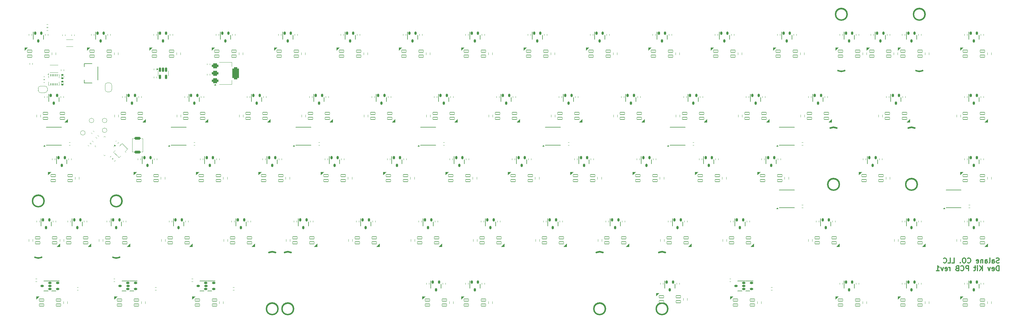
<source format=gbr>
%TF.GenerationSoftware,KiCad,Pcbnew,8.0.6*%
%TF.CreationDate,2024-11-18T06:19:36+07:00*%
%TF.ProjectId,Heart HE 65,48656172-7420-4484-9520-36352e6b6963,rev?*%
%TF.SameCoordinates,Original*%
%TF.FileFunction,Legend,Bot*%
%TF.FilePolarity,Positive*%
%FSLAX46Y46*%
G04 Gerber Fmt 4.6, Leading zero omitted, Abs format (unit mm)*
G04 Created by KiCad (PCBNEW 8.0.6) date 2024-11-18 06:19:36*
%MOMM*%
%LPD*%
G01*
G04 APERTURE LIST*
G04 Aperture macros list*
%AMRoundRect*
0 Rectangle with rounded corners*
0 $1 Rounding radius*
0 $2 $3 $4 $5 $6 $7 $8 $9 X,Y pos of 4 corners*
0 Add a 4 corners polygon primitive as box body*
4,1,4,$2,$3,$4,$5,$6,$7,$8,$9,$2,$3,0*
0 Add four circle primitives for the rounded corners*
1,1,$1+$1,$2,$3*
1,1,$1+$1,$4,$5*
1,1,$1+$1,$6,$7*
1,1,$1+$1,$8,$9*
0 Add four rect primitives between the rounded corners*
20,1,$1+$1,$2,$3,$4,$5,0*
20,1,$1+$1,$4,$5,$6,$7,0*
20,1,$1+$1,$6,$7,$8,$9,0*
20,1,$1+$1,$8,$9,$2,$3,0*%
%AMRotRect*
0 Rectangle, with rotation*
0 The origin of the aperture is its center*
0 $1 length*
0 $2 width*
0 $3 Rotation angle, in degrees counterclockwise*
0 Add horizontal line*
21,1,$1,$2,0,0,$3*%
%AMFreePoly0*
4,1,21,-0.125000,1.200000,0.125000,1.200000,0.125000,1.700000,0.375000,1.700000,0.375000,1.200000,0.825000,1.200000,0.825000,-1.200000,0.375000,-1.200000,0.375000,-1.700000,0.125000,-1.700000,0.125000,-1.200000,-0.125000,-1.200000,-0.125000,-1.700000,-0.375000,-1.700000,-0.375000,-1.200000,-0.825000,-1.200000,-0.825000,1.200000,-0.375000,1.200000,-0.375000,1.700000,-0.125000,1.700000,
-0.125000,1.200000,-0.125000,1.200000,$1*%
%AMFreePoly1*
4,1,19,0.500000,-0.750000,0.000000,-0.750000,0.000000,-0.744911,-0.071157,-0.744911,-0.207708,-0.704816,-0.327430,-0.627875,-0.420627,-0.520320,-0.479746,-0.390866,-0.500000,-0.250000,-0.500000,0.250000,-0.479746,0.390866,-0.420627,0.520320,-0.327430,0.627875,-0.207708,0.704816,-0.071157,0.744911,0.000000,0.744911,0.000000,0.750000,0.500000,0.750000,0.500000,-0.750000,0.500000,-0.750000,
$1*%
%AMFreePoly2*
4,1,19,0.000000,0.744911,0.071157,0.744911,0.207708,0.704816,0.327430,0.627875,0.420627,0.520320,0.479746,0.390866,0.500000,0.250000,0.500000,-0.250000,0.479746,-0.390866,0.420627,-0.520320,0.327430,-0.627875,0.207708,-0.704816,0.071157,-0.744911,0.000000,-0.744911,0.000000,-0.750000,-0.500000,-0.750000,-0.500000,0.750000,0.000000,0.750000,0.000000,0.744911,0.000000,0.744911,
$1*%
G04 Aperture macros list end*
%ADD10C,0.300000*%
%ADD11C,0.100000*%
%ADD12C,0.120000*%
%ADD13C,0.153000*%
%ADD14C,0.150000*%
%ADD15C,0.500000*%
%ADD16RoundRect,0.082000X0.718000X-0.328000X0.718000X0.328000X-0.718000X0.328000X-0.718000X-0.328000X0*%
%ADD17RoundRect,0.082000X-0.718000X0.328000X-0.718000X-0.328000X0.718000X-0.328000X0.718000X0.328000X0*%
%ADD18C,3.800000*%
%ADD19R,0.620000X0.560000*%
%ADD20R,0.750000X0.800000*%
%ADD21RoundRect,0.200000X-0.800000X0.200000X-0.800000X-0.200000X0.800000X-0.200000X0.800000X0.200000X0*%
%ADD22RotRect,0.560000X0.620000X225.000000*%
%ADD23C,1.750000*%
%ADD24RoundRect,0.150000X-0.150000X0.350000X-0.150000X-0.350000X0.150000X-0.350000X0.150000X0.350000X0*%
%ADD25R,1.000000X0.400000*%
%ADD26RoundRect,0.375000X-0.625000X-0.375000X0.625000X-0.375000X0.625000X0.375000X-0.625000X0.375000X0*%
%ADD27RoundRect,0.500000X-0.500000X-1.400000X0.500000X-1.400000X0.500000X1.400000X-0.500000X1.400000X0*%
%ADD28C,1.000000*%
%ADD29R,0.560000X0.620000*%
%ADD30RotRect,0.400000X1.900000X225.000000*%
%ADD31RoundRect,0.150000X0.350000X0.150000X-0.350000X0.150000X-0.350000X-0.150000X0.350000X-0.150000X0*%
%ADD32C,3.987800*%
%ADD33C,3.048000*%
%ADD34RoundRect,0.050000X0.247487X-0.176777X-0.176777X0.247487X-0.247487X0.176777X0.176777X-0.247487X0*%
%ADD35RoundRect,0.050000X0.247487X0.176777X0.176777X0.247487X-0.247487X-0.176777X-0.176777X-0.247487X0*%
%ADD36RotRect,2.900000X2.900000X135.000000*%
%ADD37RotRect,0.560000X0.620000X315.000000*%
%ADD38RoundRect,0.060000X-0.060000X0.240000X-0.060000X-0.240000X0.060000X-0.240000X0.060000X0.240000X0*%
%ADD39FreePoly0,270.000000*%
%ADD40R,1.800000X1.200000*%
%ADD41R,1.550000X0.600000*%
%ADD42RotRect,0.560000X0.620000X135.000000*%
%ADD43R,1.000000X1.500000*%
%ADD44C,0.650000*%
%ADD45R,0.600000X1.450000*%
%ADD46R,0.300000X1.450000*%
%ADD47O,1.000000X1.600000*%
%ADD48O,1.000000X2.100000*%
%ADD49RoundRect,0.150000X-0.150000X0.512500X-0.150000X-0.512500X0.150000X-0.512500X0.150000X0.512500X0*%
%ADD50RoundRect,0.135000X-0.185000X0.135000X-0.185000X-0.135000X0.185000X-0.135000X0.185000X0.135000X0*%
%ADD51RoundRect,0.140000X0.170000X-0.140000X0.170000X0.140000X-0.170000X0.140000X-0.170000X-0.140000X0*%
%ADD52FreePoly1,270.000000*%
%ADD53FreePoly2,270.000000*%
%ADD54FreePoly1,0.000000*%
%ADD55FreePoly2,0.000000*%
%ADD56R,1.140000X2.030000*%
G04 APERTURE END LIST*
D10*
X293479417Y-69064484D02*
X293265132Y-69135912D01*
X293265132Y-69135912D02*
X292907989Y-69135912D01*
X292907989Y-69135912D02*
X292765132Y-69064484D01*
X292765132Y-69064484D02*
X292693703Y-68993055D01*
X292693703Y-68993055D02*
X292622274Y-68850198D01*
X292622274Y-68850198D02*
X292622274Y-68707341D01*
X292622274Y-68707341D02*
X292693703Y-68564484D01*
X292693703Y-68564484D02*
X292765132Y-68493055D01*
X292765132Y-68493055D02*
X292907989Y-68421626D01*
X292907989Y-68421626D02*
X293193703Y-68350198D01*
X293193703Y-68350198D02*
X293336560Y-68278769D01*
X293336560Y-68278769D02*
X293407989Y-68207341D01*
X293407989Y-68207341D02*
X293479417Y-68064484D01*
X293479417Y-68064484D02*
X293479417Y-67921626D01*
X293479417Y-67921626D02*
X293407989Y-67778769D01*
X293407989Y-67778769D02*
X293336560Y-67707341D01*
X293336560Y-67707341D02*
X293193703Y-67635912D01*
X293193703Y-67635912D02*
X292836560Y-67635912D01*
X292836560Y-67635912D02*
X292622274Y-67707341D01*
X291336561Y-69135912D02*
X291336561Y-68350198D01*
X291336561Y-68350198D02*
X291407989Y-68207341D01*
X291407989Y-68207341D02*
X291550846Y-68135912D01*
X291550846Y-68135912D02*
X291836561Y-68135912D01*
X291836561Y-68135912D02*
X291979418Y-68207341D01*
X291336561Y-69064484D02*
X291479418Y-69135912D01*
X291479418Y-69135912D02*
X291836561Y-69135912D01*
X291836561Y-69135912D02*
X291979418Y-69064484D01*
X291979418Y-69064484D02*
X292050846Y-68921626D01*
X292050846Y-68921626D02*
X292050846Y-68778769D01*
X292050846Y-68778769D02*
X291979418Y-68635912D01*
X291979418Y-68635912D02*
X291836561Y-68564484D01*
X291836561Y-68564484D02*
X291479418Y-68564484D01*
X291479418Y-68564484D02*
X291336561Y-68493055D01*
X290407989Y-69135912D02*
X290550846Y-69064484D01*
X290550846Y-69064484D02*
X290622275Y-68921626D01*
X290622275Y-68921626D02*
X290622275Y-67635912D01*
X289193704Y-69135912D02*
X289193704Y-68350198D01*
X289193704Y-68350198D02*
X289265132Y-68207341D01*
X289265132Y-68207341D02*
X289407989Y-68135912D01*
X289407989Y-68135912D02*
X289693704Y-68135912D01*
X289693704Y-68135912D02*
X289836561Y-68207341D01*
X289193704Y-69064484D02*
X289336561Y-69135912D01*
X289336561Y-69135912D02*
X289693704Y-69135912D01*
X289693704Y-69135912D02*
X289836561Y-69064484D01*
X289836561Y-69064484D02*
X289907989Y-68921626D01*
X289907989Y-68921626D02*
X289907989Y-68778769D01*
X289907989Y-68778769D02*
X289836561Y-68635912D01*
X289836561Y-68635912D02*
X289693704Y-68564484D01*
X289693704Y-68564484D02*
X289336561Y-68564484D01*
X289336561Y-68564484D02*
X289193704Y-68493055D01*
X288479418Y-68135912D02*
X288479418Y-69135912D01*
X288479418Y-68278769D02*
X288407989Y-68207341D01*
X288407989Y-68207341D02*
X288265132Y-68135912D01*
X288265132Y-68135912D02*
X288050846Y-68135912D01*
X288050846Y-68135912D02*
X287907989Y-68207341D01*
X287907989Y-68207341D02*
X287836561Y-68350198D01*
X287836561Y-68350198D02*
X287836561Y-69135912D01*
X286550846Y-69064484D02*
X286693703Y-69135912D01*
X286693703Y-69135912D02*
X286979418Y-69135912D01*
X286979418Y-69135912D02*
X287122275Y-69064484D01*
X287122275Y-69064484D02*
X287193703Y-68921626D01*
X287193703Y-68921626D02*
X287193703Y-68350198D01*
X287193703Y-68350198D02*
X287122275Y-68207341D01*
X287122275Y-68207341D02*
X286979418Y-68135912D01*
X286979418Y-68135912D02*
X286693703Y-68135912D01*
X286693703Y-68135912D02*
X286550846Y-68207341D01*
X286550846Y-68207341D02*
X286479418Y-68350198D01*
X286479418Y-68350198D02*
X286479418Y-68493055D01*
X286479418Y-68493055D02*
X287193703Y-68635912D01*
X283836561Y-68993055D02*
X283907989Y-69064484D01*
X283907989Y-69064484D02*
X284122275Y-69135912D01*
X284122275Y-69135912D02*
X284265132Y-69135912D01*
X284265132Y-69135912D02*
X284479418Y-69064484D01*
X284479418Y-69064484D02*
X284622275Y-68921626D01*
X284622275Y-68921626D02*
X284693704Y-68778769D01*
X284693704Y-68778769D02*
X284765132Y-68493055D01*
X284765132Y-68493055D02*
X284765132Y-68278769D01*
X284765132Y-68278769D02*
X284693704Y-67993055D01*
X284693704Y-67993055D02*
X284622275Y-67850198D01*
X284622275Y-67850198D02*
X284479418Y-67707341D01*
X284479418Y-67707341D02*
X284265132Y-67635912D01*
X284265132Y-67635912D02*
X284122275Y-67635912D01*
X284122275Y-67635912D02*
X283907989Y-67707341D01*
X283907989Y-67707341D02*
X283836561Y-67778769D01*
X282907989Y-67635912D02*
X282622275Y-67635912D01*
X282622275Y-67635912D02*
X282479418Y-67707341D01*
X282479418Y-67707341D02*
X282336561Y-67850198D01*
X282336561Y-67850198D02*
X282265132Y-68135912D01*
X282265132Y-68135912D02*
X282265132Y-68635912D01*
X282265132Y-68635912D02*
X282336561Y-68921626D01*
X282336561Y-68921626D02*
X282479418Y-69064484D01*
X282479418Y-69064484D02*
X282622275Y-69135912D01*
X282622275Y-69135912D02*
X282907989Y-69135912D01*
X282907989Y-69135912D02*
X283050847Y-69064484D01*
X283050847Y-69064484D02*
X283193704Y-68921626D01*
X283193704Y-68921626D02*
X283265132Y-68635912D01*
X283265132Y-68635912D02*
X283265132Y-68135912D01*
X283265132Y-68135912D02*
X283193704Y-67850198D01*
X283193704Y-67850198D02*
X283050847Y-67707341D01*
X283050847Y-67707341D02*
X282907989Y-67635912D01*
X281622275Y-68993055D02*
X281550846Y-69064484D01*
X281550846Y-69064484D02*
X281622275Y-69135912D01*
X281622275Y-69135912D02*
X281693703Y-69064484D01*
X281693703Y-69064484D02*
X281622275Y-68993055D01*
X281622275Y-68993055D02*
X281622275Y-69135912D01*
X279050846Y-69135912D02*
X279765132Y-69135912D01*
X279765132Y-69135912D02*
X279765132Y-67635912D01*
X277836560Y-69135912D02*
X278550846Y-69135912D01*
X278550846Y-69135912D02*
X278550846Y-67635912D01*
X276479417Y-68993055D02*
X276550845Y-69064484D01*
X276550845Y-69064484D02*
X276765131Y-69135912D01*
X276765131Y-69135912D02*
X276907988Y-69135912D01*
X276907988Y-69135912D02*
X277122274Y-69064484D01*
X277122274Y-69064484D02*
X277265131Y-68921626D01*
X277265131Y-68921626D02*
X277336560Y-68778769D01*
X277336560Y-68778769D02*
X277407988Y-68493055D01*
X277407988Y-68493055D02*
X277407988Y-68278769D01*
X277407988Y-68278769D02*
X277336560Y-67993055D01*
X277336560Y-67993055D02*
X277265131Y-67850198D01*
X277265131Y-67850198D02*
X277122274Y-67707341D01*
X277122274Y-67707341D02*
X276907988Y-67635912D01*
X276907988Y-67635912D02*
X276765131Y-67635912D01*
X276765131Y-67635912D02*
X276550845Y-67707341D01*
X276550845Y-67707341D02*
X276479417Y-67778769D01*
X293407989Y-71550828D02*
X293407989Y-70050828D01*
X293407989Y-70050828D02*
X293050846Y-70050828D01*
X293050846Y-70050828D02*
X292836560Y-70122257D01*
X292836560Y-70122257D02*
X292693703Y-70265114D01*
X292693703Y-70265114D02*
X292622274Y-70407971D01*
X292622274Y-70407971D02*
X292550846Y-70693685D01*
X292550846Y-70693685D02*
X292550846Y-70907971D01*
X292550846Y-70907971D02*
X292622274Y-71193685D01*
X292622274Y-71193685D02*
X292693703Y-71336542D01*
X292693703Y-71336542D02*
X292836560Y-71479400D01*
X292836560Y-71479400D02*
X293050846Y-71550828D01*
X293050846Y-71550828D02*
X293407989Y-71550828D01*
X291336560Y-71479400D02*
X291479417Y-71550828D01*
X291479417Y-71550828D02*
X291765132Y-71550828D01*
X291765132Y-71550828D02*
X291907989Y-71479400D01*
X291907989Y-71479400D02*
X291979417Y-71336542D01*
X291979417Y-71336542D02*
X291979417Y-70765114D01*
X291979417Y-70765114D02*
X291907989Y-70622257D01*
X291907989Y-70622257D02*
X291765132Y-70550828D01*
X291765132Y-70550828D02*
X291479417Y-70550828D01*
X291479417Y-70550828D02*
X291336560Y-70622257D01*
X291336560Y-70622257D02*
X291265132Y-70765114D01*
X291265132Y-70765114D02*
X291265132Y-70907971D01*
X291265132Y-70907971D02*
X291979417Y-71050828D01*
X290765132Y-70550828D02*
X290407989Y-71550828D01*
X290407989Y-71550828D02*
X290050846Y-70550828D01*
X288336561Y-71550828D02*
X288336561Y-70050828D01*
X287479418Y-71550828D02*
X288122275Y-70693685D01*
X287479418Y-70050828D02*
X288336561Y-70907971D01*
X286836561Y-71550828D02*
X286836561Y-70550828D01*
X286836561Y-70050828D02*
X286907989Y-70122257D01*
X286907989Y-70122257D02*
X286836561Y-70193685D01*
X286836561Y-70193685D02*
X286765132Y-70122257D01*
X286765132Y-70122257D02*
X286836561Y-70050828D01*
X286836561Y-70050828D02*
X286836561Y-70193685D01*
X286336560Y-70550828D02*
X285765132Y-70550828D01*
X286122275Y-70050828D02*
X286122275Y-71336542D01*
X286122275Y-71336542D02*
X286050846Y-71479400D01*
X286050846Y-71479400D02*
X285907989Y-71550828D01*
X285907989Y-71550828D02*
X285765132Y-71550828D01*
X284122275Y-71550828D02*
X284122275Y-70050828D01*
X284122275Y-70050828D02*
X283550846Y-70050828D01*
X283550846Y-70050828D02*
X283407989Y-70122257D01*
X283407989Y-70122257D02*
X283336560Y-70193685D01*
X283336560Y-70193685D02*
X283265132Y-70336542D01*
X283265132Y-70336542D02*
X283265132Y-70550828D01*
X283265132Y-70550828D02*
X283336560Y-70693685D01*
X283336560Y-70693685D02*
X283407989Y-70765114D01*
X283407989Y-70765114D02*
X283550846Y-70836542D01*
X283550846Y-70836542D02*
X284122275Y-70836542D01*
X281765132Y-71407971D02*
X281836560Y-71479400D01*
X281836560Y-71479400D02*
X282050846Y-71550828D01*
X282050846Y-71550828D02*
X282193703Y-71550828D01*
X282193703Y-71550828D02*
X282407989Y-71479400D01*
X282407989Y-71479400D02*
X282550846Y-71336542D01*
X282550846Y-71336542D02*
X282622275Y-71193685D01*
X282622275Y-71193685D02*
X282693703Y-70907971D01*
X282693703Y-70907971D02*
X282693703Y-70693685D01*
X282693703Y-70693685D02*
X282622275Y-70407971D01*
X282622275Y-70407971D02*
X282550846Y-70265114D01*
X282550846Y-70265114D02*
X282407989Y-70122257D01*
X282407989Y-70122257D02*
X282193703Y-70050828D01*
X282193703Y-70050828D02*
X282050846Y-70050828D01*
X282050846Y-70050828D02*
X281836560Y-70122257D01*
X281836560Y-70122257D02*
X281765132Y-70193685D01*
X280622275Y-70765114D02*
X280407989Y-70836542D01*
X280407989Y-70836542D02*
X280336560Y-70907971D01*
X280336560Y-70907971D02*
X280265132Y-71050828D01*
X280265132Y-71050828D02*
X280265132Y-71265114D01*
X280265132Y-71265114D02*
X280336560Y-71407971D01*
X280336560Y-71407971D02*
X280407989Y-71479400D01*
X280407989Y-71479400D02*
X280550846Y-71550828D01*
X280550846Y-71550828D02*
X281122275Y-71550828D01*
X281122275Y-71550828D02*
X281122275Y-70050828D01*
X281122275Y-70050828D02*
X280622275Y-70050828D01*
X280622275Y-70050828D02*
X280479418Y-70122257D01*
X280479418Y-70122257D02*
X280407989Y-70193685D01*
X280407989Y-70193685D02*
X280336560Y-70336542D01*
X280336560Y-70336542D02*
X280336560Y-70479400D01*
X280336560Y-70479400D02*
X280407989Y-70622257D01*
X280407989Y-70622257D02*
X280479418Y-70693685D01*
X280479418Y-70693685D02*
X280622275Y-70765114D01*
X280622275Y-70765114D02*
X281122275Y-70765114D01*
X278479418Y-71550828D02*
X278479418Y-70550828D01*
X278479418Y-70836542D02*
X278407989Y-70693685D01*
X278407989Y-70693685D02*
X278336561Y-70622257D01*
X278336561Y-70622257D02*
X278193703Y-70550828D01*
X278193703Y-70550828D02*
X278050846Y-70550828D01*
X276979418Y-71479400D02*
X277122275Y-71550828D01*
X277122275Y-71550828D02*
X277407990Y-71550828D01*
X277407990Y-71550828D02*
X277550847Y-71479400D01*
X277550847Y-71479400D02*
X277622275Y-71336542D01*
X277622275Y-71336542D02*
X277622275Y-70765114D01*
X277622275Y-70765114D02*
X277550847Y-70622257D01*
X277550847Y-70622257D02*
X277407990Y-70550828D01*
X277407990Y-70550828D02*
X277122275Y-70550828D01*
X277122275Y-70550828D02*
X276979418Y-70622257D01*
X276979418Y-70622257D02*
X276907990Y-70765114D01*
X276907990Y-70765114D02*
X276907990Y-70907971D01*
X276907990Y-70907971D02*
X277622275Y-71050828D01*
X276407990Y-70550828D02*
X276050847Y-71550828D01*
X276050847Y-71550828D02*
X275693704Y-70550828D01*
X274336561Y-71550828D02*
X275193704Y-71550828D01*
X274765133Y-71550828D02*
X274765133Y-70050828D01*
X274765133Y-70050828D02*
X274907990Y-70265114D01*
X274907990Y-70265114D02*
X275050847Y-70407971D01*
X275050847Y-70407971D02*
X275193704Y-70479400D01*
D11*
%TO.C,RGB1_A23*%
X281550000Y-42180000D02*
X281550000Y-41280000D01*
X282450000Y-41280000D01*
X281550000Y-42180000D01*
G36*
X281550000Y-42180000D02*
G01*
X281550000Y-41280000D01*
X282450000Y-41280000D01*
X281550000Y-42180000D01*
G37*
%TO.C,RGB1_B24*%
X66112500Y-64129999D02*
X65212500Y-64129999D01*
X66112500Y-63229999D01*
X66112500Y-64129999D01*
G36*
X66112500Y-64129999D02*
G01*
X65212500Y-64129999D01*
X66112500Y-63229999D01*
X66112500Y-64129999D01*
G37*
%TO.C,RGB1_B31*%
X289950000Y-64129999D02*
X289050000Y-64129999D01*
X289950000Y-63229999D01*
X289950000Y-64129999D01*
G36*
X289950000Y-64129999D02*
G01*
X289050000Y-64129999D01*
X289950000Y-63229999D01*
X289950000Y-64129999D01*
G37*
%TO.C,RGB1_B29*%
X142312500Y-64129999D02*
X141412500Y-64129999D01*
X142312500Y-63229999D01*
X142312500Y-64129999D01*
G36*
X142312500Y-64129999D02*
G01*
X141412500Y-64129999D01*
X142312500Y-63229999D01*
X142312500Y-64129999D01*
G37*
%TO.C,RGB1_A15*%
X262500000Y-4080000D02*
X262500000Y-3180000D01*
X263400000Y-3180000D01*
X262500000Y-4080000D01*
G36*
X262500000Y-4080000D02*
G01*
X262500000Y-3180000D01*
X263400000Y-3180000D01*
X262500000Y-4080000D01*
G37*
%TO.C,RGB1_A14*%
X252975000Y-4080000D02*
X252975000Y-3180000D01*
X253875000Y-3180000D01*
X252975000Y-4080000D01*
G36*
X252975000Y-4080000D02*
G01*
X252975000Y-3180000D01*
X253875000Y-3180000D01*
X252975000Y-4080000D01*
G37*
%TO.C,RGB1_A31*%
X181537500Y-42180000D02*
X181537500Y-41280000D01*
X182437500Y-41280000D01*
X181537500Y-42180000D01*
G36*
X181537500Y-42180000D02*
G01*
X181537500Y-41280000D01*
X182437500Y-41280000D01*
X181537500Y-42180000D01*
G37*
%TO.C,RGB1_B17*%
X270900000Y-64129999D02*
X270000000Y-64129999D01*
X270900000Y-63229999D01*
X270900000Y-64129999D01*
G36*
X270900000Y-64129999D02*
G01*
X270000000Y-64129999D01*
X270900000Y-63229999D01*
X270900000Y-64129999D01*
G37*
%TO.C,RGB1_B22*%
X47062500Y-64129999D02*
X46162500Y-64129999D01*
X47062500Y-63229999D01*
X47062500Y-64129999D01*
G36*
X47062500Y-64129999D02*
G01*
X46162500Y-64129999D01*
X47062500Y-63229999D01*
X47062500Y-64129999D01*
G37*
%TO.C,RGB1_B2*%
X266137500Y-26029999D02*
X265237500Y-26029999D01*
X266137500Y-25129999D01*
X266137500Y-26029999D01*
G36*
X266137500Y-26029999D02*
G01*
X265237500Y-26029999D01*
X266137500Y-25129999D01*
X266137500Y-26029999D01*
G37*
%TO.C,RGB1_A19*%
X-628125Y-80280000D02*
X-628125Y-79380000D01*
X271875Y-79380000D01*
X-628125Y-80280000D01*
G36*
X-628125Y-80280000D02*
G01*
X-628125Y-79380000D01*
X271875Y-79380000D01*
X-628125Y-80280000D01*
G37*
%TO.C,RGB1_A22*%
X48187500Y-42180000D02*
X48187500Y-41280000D01*
X49087500Y-41280000D01*
X48187500Y-42180000D01*
G36*
X48187500Y-42180000D02*
G01*
X48187500Y-41280000D01*
X49087500Y-41280000D01*
X48187500Y-42180000D01*
G37*
%TO.C,RGB1_A10*%
X186300000Y-4080000D02*
X186300000Y-3180000D01*
X187200000Y-3180000D01*
X186300000Y-4080000D01*
G36*
X186300000Y-4080000D02*
G01*
X186300000Y-3180000D01*
X187200000Y-3180000D01*
X186300000Y-4080000D01*
G37*
%TO.C,RGB1_A7*%
X129150000Y-4080000D02*
X129150000Y-3180000D01*
X130050000Y-3180000D01*
X129150000Y-4080000D01*
G36*
X129150000Y-4080000D02*
G01*
X129150000Y-3180000D01*
X130050000Y-3180000D01*
X129150000Y-4080000D01*
G37*
%TO.C,RGB1_B16*%
X6581250Y-64129999D02*
X5681250Y-64129999D01*
X6581250Y-63229999D01*
X6581250Y-64129999D01*
G36*
X6581250Y-64129999D02*
G01*
X5681250Y-64129999D01*
X6581250Y-63229999D01*
X6581250Y-64129999D01*
G37*
%TO.C,RGB1_A18*%
X2943750Y-42180000D02*
X2943750Y-41280000D01*
X3843750Y-41280000D01*
X2943750Y-42180000D01*
G36*
X2943750Y-42180000D02*
G01*
X2943750Y-41280000D01*
X3843750Y-41280000D01*
X2943750Y-42180000D01*
G37*
%TO.C,RGB1_B26*%
X85162500Y-64129999D02*
X84262500Y-64129999D01*
X85162500Y-63229999D01*
X85162500Y-64129999D01*
G36*
X85162500Y-64129999D02*
G01*
X84262500Y-64129999D01*
X85162500Y-63229999D01*
X85162500Y-64129999D01*
G37*
%TO.C,RGB1_A13*%
X243450000Y-4080000D02*
X243450000Y-3180000D01*
X244350000Y-3180000D01*
X243450000Y-4080000D01*
G36*
X243450000Y-4080000D02*
G01*
X243450000Y-3180000D01*
X244350000Y-3180000D01*
X243450000Y-4080000D01*
G37*
%TO.C,RGB1_A25*%
X250593750Y-42180000D02*
X250593750Y-41280000D01*
X251493750Y-41280000D01*
X250593750Y-42180000D01*
G36*
X250593750Y-42180000D02*
G01*
X250593750Y-41280000D01*
X251493750Y-41280000D01*
X250593750Y-42180000D01*
G37*
%TO.C,RGB1_A6*%
X110100000Y-4080000D02*
X110100000Y-3180000D01*
X111000000Y-3180000D01*
X110100000Y-4080000D01*
G36*
X110100000Y-4080000D02*
G01*
X110100000Y-3180000D01*
X111000000Y-3180000D01*
X110100000Y-4080000D01*
G37*
%TO.C,RGB1_A21*%
X23184375Y-80280000D02*
X23184375Y-79380000D01*
X24084375Y-79380000D01*
X23184375Y-80280000D01*
G36*
X23184375Y-80280000D02*
G01*
X23184375Y-79380000D01*
X24084375Y-79380000D01*
X23184375Y-80280000D01*
G37*
%TO.C,RGB1_A9*%
X167250000Y-4080000D02*
X167250000Y-3180000D01*
X168150000Y-3180000D01*
X167250000Y-4080000D01*
G36*
X167250000Y-4080000D02*
G01*
X167250000Y-3180000D01*
X168150000Y-3180000D01*
X167250000Y-4080000D01*
G37*
%TO.C,RGB1_B18*%
X16106250Y-64129999D02*
X15206250Y-64129999D01*
X16106250Y-63229999D01*
X16106250Y-64129999D01*
G36*
X16106250Y-64129999D02*
G01*
X15206250Y-64129999D01*
X16106250Y-63229999D01*
X16106250Y-64129999D01*
G37*
%TO.C,RGB1_A33*%
X162487500Y-42180000D02*
X162487500Y-41280000D01*
X163387500Y-41280000D01*
X162487500Y-42180000D01*
G36*
X162487500Y-42180000D02*
G01*
X162487500Y-41280000D01*
X163387500Y-41280000D01*
X162487500Y-42180000D01*
G37*
%TO.C,RGB1_B1*%
X289950000Y-26029999D02*
X289050000Y-26029999D01*
X289950000Y-25129999D01*
X289950000Y-26029999D01*
G36*
X289950000Y-26029999D02*
G01*
X289050000Y-26029999D01*
X289950000Y-25129999D01*
X289950000Y-26029999D01*
G37*
%TO.C,RGB1_B11*%
X89925000Y-26029999D02*
X89025000Y-26029999D01*
X89925000Y-25129999D01*
X89925000Y-26029999D01*
G36*
X89925000Y-26029999D02*
G01*
X89025000Y-26029999D01*
X89925000Y-25129999D01*
X89925000Y-26029999D01*
G37*
%TO.C,RGB1_B27*%
X161362500Y-64129999D02*
X160462500Y-64129999D01*
X161362500Y-63229999D01*
X161362500Y-64129999D01*
G36*
X161362500Y-64129999D02*
G01*
X160462500Y-64129999D01*
X161362500Y-63229999D01*
X161362500Y-64129999D01*
G37*
%TO.C,RGB1_A5*%
X91050000Y-4080000D02*
X91050000Y-3180000D01*
X91950000Y-3180000D01*
X91050000Y-4080000D01*
G36*
X91050000Y-4080000D02*
G01*
X91050000Y-3180000D01*
X91950000Y-3180000D01*
X91050000Y-4080000D01*
G37*
%TO.C,RGB1_A16*%
X-4200000Y-4080000D02*
X-4200000Y-3180000D01*
X-3300000Y-3180000D01*
X-4200000Y-4080000D01*
G36*
X-4200000Y-4080000D02*
G01*
X-4200000Y-3180000D01*
X-3300000Y-3180000D01*
X-4200000Y-4080000D01*
G37*
%TO.C,RGB1_A32*%
X143437500Y-42180000D02*
X143437500Y-41280000D01*
X144337500Y-41280000D01*
X143437500Y-42180000D01*
G36*
X143437500Y-42180000D02*
G01*
X143437500Y-41280000D01*
X144337500Y-41280000D01*
X143437500Y-42180000D01*
G37*
%TO.C,RGB1_A17*%
X281550000Y-4080000D02*
X281550000Y-3180000D01*
X282450000Y-3180000D01*
X281550000Y-4080000D01*
G36*
X281550000Y-4080000D02*
G01*
X281550000Y-3180000D01*
X282450000Y-3180000D01*
X281550000Y-4080000D01*
G37*
%TO.C,RGB1_A38*%
X129150000Y-80280000D02*
X129150000Y-79380000D01*
X130050000Y-79380000D01*
X129150000Y-80280000D01*
G36*
X129150000Y-80280000D02*
G01*
X129150000Y-79380000D01*
X130050000Y-79380000D01*
X129150000Y-80280000D01*
G37*
%TO.C,RGB1_A24*%
X67237500Y-42180000D02*
X67237500Y-41280000D01*
X68137500Y-41280000D01*
X67237500Y-42180000D01*
G36*
X67237500Y-42180000D02*
G01*
X67237500Y-41280000D01*
X68137500Y-41280000D01*
X67237500Y-42180000D01*
G37*
%TO.C,RGB1_B12*%
X70875000Y-26029999D02*
X69975000Y-26029999D01*
X70875000Y-25129999D01*
X70875000Y-26029999D01*
G36*
X70875000Y-26029999D02*
G01*
X69975000Y-26029999D01*
X70875000Y-25129999D01*
X70875000Y-26029999D01*
G37*
%TO.C,RGB1_A34*%
X46996875Y-80280000D02*
X46996875Y-79380000D01*
X47896875Y-79380000D01*
X46996875Y-80280000D01*
G36*
X46996875Y-80280000D02*
G01*
X46996875Y-79380000D01*
X47896875Y-79380000D01*
X46996875Y-80280000D01*
G37*
%TO.C,RGB1_B14*%
X32775000Y-26029999D02*
X31875000Y-26029999D01*
X32775000Y-25129999D01*
X32775000Y-26029999D01*
G36*
X32775000Y-26029999D02*
G01*
X31875000Y-26029999D01*
X32775000Y-25129999D01*
X32775000Y-26029999D01*
G37*
%TO.C,RGB1_B19*%
X244706250Y-64129999D02*
X243806250Y-64129999D01*
X244706250Y-63229999D01*
X244706250Y-64129999D01*
G36*
X244706250Y-64129999D02*
G01*
X243806250Y-64129999D01*
X244706250Y-63229999D01*
X244706250Y-64129999D01*
G37*
%TO.C,RGB1_A12*%
X224400000Y-4080000D02*
X224400000Y-3180000D01*
X225300000Y-3180000D01*
X224400000Y-4080000D01*
G36*
X224400000Y-4080000D02*
G01*
X224400000Y-3180000D01*
X225300000Y-3180000D01*
X224400000Y-4080000D01*
G37*
%TO.C,RGB1_A20*%
X29137500Y-42180000D02*
X29137500Y-41280000D01*
X30037500Y-41280000D01*
X29137500Y-42180000D01*
G36*
X29137500Y-42180000D02*
G01*
X29137500Y-41280000D01*
X30037500Y-41280000D01*
X29137500Y-42180000D01*
G37*
%TO.C,RGB1_A27*%
X219637500Y-42180000D02*
X219637500Y-41280000D01*
X220537500Y-41280000D01*
X219637500Y-42180000D01*
G36*
X219637500Y-42180000D02*
G01*
X219637500Y-41280000D01*
X220537500Y-41280000D01*
X219637500Y-42180000D01*
G37*
%TO.C,RGB1_B21*%
X218512500Y-64129999D02*
X217612500Y-64129999D01*
X218512500Y-63229999D01*
X218512500Y-64129999D01*
G36*
X218512500Y-64129999D02*
G01*
X217612500Y-64129999D01*
X218512500Y-63229999D01*
X218512500Y-64129999D01*
G37*
%TO.C,RGB1_A4*%
X72000000Y-4080000D02*
X72000000Y-3180000D01*
X72900000Y-3180000D01*
X72000000Y-4080000D01*
G36*
X72000000Y-4080000D02*
G01*
X72000000Y-3180000D01*
X72900000Y-3180000D01*
X72000000Y-4080000D01*
G37*
%TO.C,RGB1_B3*%
X242325000Y-26029999D02*
X241425000Y-26029999D01*
X242325000Y-25129999D01*
X242325000Y-26029999D01*
G36*
X242325000Y-26029999D02*
G01*
X241425000Y-26029999D01*
X242325000Y-25129999D01*
X242325000Y-26029999D01*
G37*
%TO.C,RGB1_B8*%
X147075000Y-26029999D02*
X146175000Y-26029999D01*
X147075000Y-25129999D01*
X147075000Y-26029999D01*
G36*
X147075000Y-26029999D02*
G01*
X146175000Y-26029999D01*
X147075000Y-25129999D01*
X147075000Y-26029999D01*
G37*
%TO.C,RGB1_A11*%
X205350000Y-4080000D02*
X205350000Y-3180000D01*
X206250000Y-3180000D01*
X205350000Y-4080000D01*
G36*
X205350000Y-4080000D02*
G01*
X205350000Y-3180000D01*
X206250000Y-3180000D01*
X205350000Y-4080000D01*
G37*
%TO.C,RGB1_A40*%
X188681250Y-79280000D02*
X188681250Y-78380000D01*
X189581250Y-78380000D01*
X188681250Y-79280000D01*
G36*
X188681250Y-79280000D02*
G01*
X188681250Y-78380000D01*
X189581250Y-78380000D01*
X188681250Y-79280000D01*
G37*
%TO.C,RGB1_B23*%
X199462500Y-64129999D02*
X198562500Y-64129999D01*
X199462500Y-63229999D01*
X199462500Y-64129999D01*
G36*
X199462500Y-64129999D02*
G01*
X198562500Y-64129999D01*
X199462500Y-63229999D01*
X199462500Y-64129999D01*
G37*
%TO.C,RGB1_B4*%
X223275000Y-26029999D02*
X222375000Y-26029999D01*
X223275000Y-25129999D01*
X223275000Y-26029999D01*
G36*
X223275000Y-26029999D02*
G01*
X222375000Y-26029999D01*
X223275000Y-25129999D01*
X223275000Y-26029999D01*
G37*
%TO.C,RGB1_B25*%
X180412500Y-64129999D02*
X179512500Y-64129999D01*
X180412500Y-63229999D01*
X180412500Y-64129999D01*
G36*
X180412500Y-64129999D02*
G01*
X179512500Y-64129999D01*
X180412500Y-63229999D01*
X180412500Y-64129999D01*
G37*
%TO.C,RGB1_A43*%
X281550000Y-80280000D02*
X281550000Y-79380000D01*
X282450000Y-79380000D01*
X281550000Y-80280000D01*
G36*
X281550000Y-80280000D02*
G01*
X281550000Y-79380000D01*
X282450000Y-79380000D01*
X281550000Y-80280000D01*
G37*
%TO.C,RGB1_B6*%
X185175000Y-26029999D02*
X184275000Y-26029999D01*
X185175000Y-25129999D01*
X185175000Y-26029999D01*
G36*
X185175000Y-26029999D02*
G01*
X184275000Y-26029999D01*
X185175000Y-25129999D01*
X185175000Y-26029999D01*
G37*
%TO.C,RGB1_A29*%
X200587500Y-42180000D02*
X200587500Y-41280000D01*
X201487500Y-41280000D01*
X200587500Y-42180000D01*
G36*
X200587500Y-42180000D02*
G01*
X200587500Y-41280000D01*
X201487500Y-41280000D01*
X200587500Y-42180000D01*
G37*
%TO.C,RGB1_B30*%
X123262500Y-64129999D02*
X122362500Y-64129999D01*
X123262500Y-63229999D01*
X123262500Y-64129999D01*
G36*
X123262500Y-64129999D02*
G01*
X122362500Y-64129999D01*
X123262500Y-63229999D01*
X123262500Y-64129999D01*
G37*
%TO.C,RGB1_A3*%
X52950000Y-4080000D02*
X52950000Y-3180000D01*
X53850000Y-3180000D01*
X52950000Y-4080000D01*
G36*
X52950000Y-4080000D02*
G01*
X52950000Y-3180000D01*
X53850000Y-3180000D01*
X52950000Y-4080000D01*
G37*
%TO.C,RGB1_B5*%
X204225000Y-26029999D02*
X203325000Y-26029999D01*
X204225000Y-25129999D01*
X204225000Y-26029999D01*
G36*
X204225000Y-26029999D02*
G01*
X203325000Y-26029999D01*
X204225000Y-25129999D01*
X204225000Y-26029999D01*
G37*
%TO.C,RGB1_A28*%
X105337500Y-42180000D02*
X105337500Y-41280000D01*
X106237500Y-41280000D01*
X105337500Y-42180000D01*
G36*
X105337500Y-42180000D02*
G01*
X105337500Y-41280000D01*
X106237500Y-41280000D01*
X105337500Y-42180000D01*
G37*
%TO.C,RGB1_A1*%
X14850000Y-4080000D02*
X14850000Y-3180000D01*
X15750000Y-3180000D01*
X14850000Y-4080000D01*
G36*
X14850000Y-4080000D02*
G01*
X14850000Y-3180000D01*
X15750000Y-3180000D01*
X14850000Y-4080000D01*
G37*
%TO.C,RGB1_B28*%
X104212500Y-64129999D02*
X103312500Y-64129999D01*
X104212500Y-63229999D01*
X104212500Y-64129999D01*
G36*
X104212500Y-64129999D02*
G01*
X103312500Y-64129999D01*
X104212500Y-63229999D01*
X104212500Y-64129999D01*
G37*
%TO.C,RGB1_A2*%
X33900000Y-4080000D02*
X33900000Y-3180000D01*
X34800000Y-3180000D01*
X33900000Y-4080000D01*
G36*
X33900000Y-4080000D02*
G01*
X33900000Y-3180000D01*
X34800000Y-3180000D01*
X33900000Y-4080000D01*
G37*
%TO.C,RGB1_A8*%
X148200000Y-4080000D02*
X148200000Y-3180000D01*
X149100000Y-3180000D01*
X148200000Y-4080000D01*
G36*
X148200000Y-4080000D02*
G01*
X148200000Y-3180000D01*
X149100000Y-3180000D01*
X148200000Y-4080000D01*
G37*
%TO.C,RGB1_A44*%
X243450000Y-80280000D02*
X243450000Y-79380000D01*
X244350000Y-79380000D01*
X243450000Y-80280000D01*
G36*
X243450000Y-80280000D02*
G01*
X243450000Y-79380000D01*
X244350000Y-79380000D01*
X243450000Y-80280000D01*
G37*
%TO.C,RGB1_A42*%
X211303125Y-80280000D02*
X211303125Y-79380000D01*
X212203125Y-79380000D01*
X211303125Y-80280000D01*
G36*
X211303125Y-80280000D02*
G01*
X211303125Y-79380000D01*
X212203125Y-79380000D01*
X211303125Y-80280000D01*
G37*
%TO.C,RGB1_B10*%
X108975000Y-26029999D02*
X108075000Y-26029999D01*
X108975000Y-25129999D01*
X108975000Y-26029999D01*
G36*
X108975000Y-26029999D02*
G01*
X108075000Y-26029999D01*
X108975000Y-25129999D01*
X108975000Y-26029999D01*
G37*
%TO.C,RGB1_B13*%
X51825000Y-26029999D02*
X50925000Y-26029999D01*
X51825000Y-25129999D01*
X51825000Y-26029999D01*
G36*
X51825000Y-26029999D02*
G01*
X50925000Y-26029999D01*
X51825000Y-25129999D01*
X51825000Y-26029999D01*
G37*
%TO.C,RGB1_B9*%
X128025000Y-26029999D02*
X127125000Y-26029999D01*
X128025000Y-25129999D01*
X128025000Y-26029999D01*
G36*
X128025000Y-26029999D02*
G01*
X127125000Y-26029999D01*
X128025000Y-25129999D01*
X128025000Y-26029999D01*
G37*
%TO.C,RGB1_A30*%
X124387500Y-42180000D02*
X124387500Y-41280000D01*
X125287500Y-41280000D01*
X124387500Y-42180000D01*
G36*
X124387500Y-42180000D02*
G01*
X124387500Y-41280000D01*
X125287500Y-41280000D01*
X124387500Y-42180000D01*
G37*
%TO.C,RGB1_B7*%
X166125000Y-26029999D02*
X165225000Y-26029999D01*
X166125000Y-25129999D01*
X166125000Y-26029999D01*
G36*
X166125000Y-26029999D02*
G01*
X165225000Y-26029999D01*
X166125000Y-25129999D01*
X166125000Y-26029999D01*
G37*
%TO.C,RGB1_A45*%
X262500000Y-80280000D02*
X262500000Y-79380000D01*
X263400000Y-79380000D01*
X262500000Y-80280000D01*
G36*
X262500000Y-80280000D02*
G01*
X262500000Y-79380000D01*
X263400000Y-79380000D01*
X262500000Y-80280000D01*
G37*
%TO.C,RGB1_B15*%
X8962500Y-26029999D02*
X8062500Y-26029999D01*
X8962500Y-25129999D01*
X8962500Y-26029999D01*
G36*
X8962500Y-26029999D02*
G01*
X8062500Y-26029999D01*
X8962500Y-25129999D01*
X8962500Y-26029999D01*
G37*
%TO.C,RGB1_A36*%
X117243750Y-80280000D02*
X117243750Y-79380000D01*
X118143750Y-79380000D01*
X117243750Y-80280000D01*
G36*
X117243750Y-80280000D02*
G01*
X117243750Y-79380000D01*
X118143750Y-79380000D01*
X117243750Y-80280000D01*
G37*
%TO.C,RGB1_B20*%
X28012500Y-64129999D02*
X27112500Y-64129999D01*
X28012500Y-63229999D01*
X28012500Y-64129999D01*
G36*
X28012500Y-64129999D02*
G01*
X27112500Y-64129999D01*
X28012500Y-63229999D01*
X28012500Y-64129999D01*
G37*
%TO.C,RGB1_A26*%
X86287500Y-42180000D02*
X86287500Y-41280000D01*
X87187500Y-41280000D01*
X86287500Y-42180000D01*
G36*
X86287500Y-42180000D02*
G01*
X86287500Y-41280000D01*
X87187500Y-41280000D01*
X86287500Y-42180000D01*
G37*
D12*
%TO.C,C33*%
X35175000Y950000D02*
X35175000Y550000D01*
X36025000Y950000D02*
X36025000Y550000D01*
%TO.C,C73*%
X159237500Y-56200000D02*
X159237500Y-56600000D01*
X160087500Y-56200000D02*
X160087500Y-56600000D01*
%TO.C,C180*%
X213649999Y-5430000D02*
X213649999Y-4730000D01*
X214849999Y-4730000D02*
X214849999Y-5430000D01*
%TO.C,C160*%
X263775000Y-75250000D02*
X263775000Y-75650000D01*
X264625000Y-75250000D02*
X264625000Y-75650000D01*
%TO.C,SW1*%
X28730000Y-31030000D02*
X29030000Y-31030000D01*
X28730000Y-35170000D02*
X28730000Y-31030000D01*
X29030000Y-35170000D02*
X28730000Y-35170000D01*
X31570000Y-31030000D02*
X31870000Y-31030000D01*
X31870000Y-31030000D02*
X31870000Y-35170000D01*
X31870000Y-35170000D02*
X31570000Y-35170000D01*
%TO.C,C60*%
X149712500Y-37150000D02*
X149712500Y-37550000D01*
X150562500Y-37150000D02*
X150562500Y-37550000D01*
%TO.C,C13*%
X21920004Y-36713935D02*
X22202847Y-36431092D01*
X22521045Y-37314976D02*
X22803888Y-37032133D01*
D13*
%TO.C,U25*%
X41302500Y-57170001D02*
X41302500Y-55495000D01*
X41302500Y-57170001D02*
X41302500Y-57820000D01*
X44422500Y-57170001D02*
X44422500Y-56520000D01*
X44422500Y-57170001D02*
X44422500Y-57820000D01*
D12*
%TO.C,C22*%
X21125000Y950000D02*
X21125000Y550000D01*
X21975000Y950000D02*
X21975000Y550000D01*
D13*
%TO.C,U23*%
X46065000Y-19070001D02*
X46065000Y-17395000D01*
X46065000Y-19070001D02*
X46065000Y-19720000D01*
X49185000Y-19070001D02*
X49185000Y-18420000D01*
X49185000Y-19070001D02*
X49185000Y-19720000D01*
D14*
%TO.C,U56*%
X197587500Y-27635938D02*
X192937500Y-27635938D01*
X197587500Y-33085938D02*
X192937500Y-33085938D01*
D12*
X192602500Y-33440938D02*
X192122500Y-33440938D01*
X192362500Y-33110938D01*
X192602500Y-33440938D01*
G36*
X192602500Y-33440938D02*
G01*
X192122500Y-33440938D01*
X192362500Y-33110938D01*
X192602500Y-33440938D01*
G37*
%TO.C,C125*%
X125662500Y-37150000D02*
X125662500Y-37550000D01*
X126512500Y-37150000D02*
X126512500Y-37550000D01*
%TO.C,C23*%
X30650000Y-18100000D02*
X30650000Y-18500000D01*
X31500000Y-18100000D02*
X31500000Y-18500000D01*
%TO.C,U63*%
X59060000Y-7674344D02*
X55300000Y-7674344D01*
X59060000Y-8934344D02*
X59060000Y-7674344D01*
X59060000Y-13234344D02*
X59060000Y-14494344D01*
X59060000Y-14494344D02*
X55300000Y-14494344D01*
X54260000Y-14724344D02*
X53780000Y-14724344D01*
X54020000Y-14394344D01*
X54260000Y-14724344D01*
G36*
X54260000Y-14724344D02*
G01*
X53780000Y-14724344D01*
X54020000Y-14394344D01*
X54260000Y-14724344D01*
G37*
%TO.C,C203*%
X11243749Y-43530000D02*
X11243749Y-42830000D01*
X12443749Y-42830000D02*
X12443749Y-43530000D01*
%TO.C,TP3*%
X14300000Y-29334344D02*
G75*
G02*
X12900000Y-29334344I-700000J0D01*
G01*
X12900000Y-29334344D02*
G75*
G02*
X14300000Y-29334344I700000J0D01*
G01*
%TO.C,C18*%
X9218750Y-37150000D02*
X9218750Y-37550000D01*
X10068750Y-37150000D02*
X10068750Y-37550000D01*
%TO.C,C123*%
X163762500Y-37150000D02*
X163762500Y-37550000D01*
X164612500Y-37150000D02*
X164612500Y-37550000D01*
%TO.C,C17*%
X6837500Y-18100000D02*
X6837500Y-18500000D01*
X7687500Y-18100000D02*
X7687500Y-18500000D01*
D13*
%TO.C,U30*%
X69877500Y-38120001D02*
X69877500Y-36445000D01*
X69877500Y-38120001D02*
X69877500Y-38770000D01*
X72997500Y-38120001D02*
X72997500Y-37470000D01*
X72997500Y-38120001D02*
X72997500Y-38770000D01*
D12*
%TO.C,C105*%
X178050000Y-18100000D02*
X178050000Y-18500000D01*
X178900000Y-18100000D02*
X178900000Y-18500000D01*
%TO.C,C234*%
X31484374Y-81630000D02*
X31484374Y-80930000D01*
X32684374Y-80930000D02*
X32684374Y-81630000D01*
%TO.C,C99*%
X120900000Y-18100000D02*
X120900000Y-18500000D01*
X121750000Y-18100000D02*
X121750000Y-18500000D01*
%TO.C,R3*%
X10125000Y795344D02*
X10125000Y395344D01*
X10975000Y795344D02*
X10975000Y395344D01*
%TO.C,C193*%
X99475001Y-24479999D02*
X99475001Y-23779999D01*
X100675001Y-23779999D02*
X100675001Y-24479999D01*
%TO.C,C122*%
X49462500Y-37150000D02*
X49462500Y-37550000D01*
X50312500Y-37150000D02*
X50312500Y-37550000D01*
%TO.C,C71*%
X183050000Y-18100000D02*
X183050000Y-18500000D01*
X183900000Y-18100000D02*
X183900000Y-18500000D01*
%TO.C,C3*%
X284158750Y-51360938D02*
X284558750Y-51360938D01*
X284158750Y-52210938D02*
X284558750Y-52210938D01*
%TO.C,C231*%
X280450001Y-62579999D02*
X280450001Y-61879999D01*
X281650001Y-61879999D02*
X281650001Y-62579999D01*
%TO.C,Y1*%
X22927631Y-35175978D02*
X23493316Y-34610293D01*
X24341844Y-36590192D02*
X22927631Y-35175978D01*
X24624687Y-36873034D02*
X24341844Y-36590192D01*
X24766108Y-33337500D02*
X25473215Y-32630394D01*
X25190372Y-36307349D02*
X24624687Y-36873034D01*
X25473215Y-32630394D02*
X26887429Y-34044607D01*
X26746007Y-35317399D02*
X26463165Y-35034557D01*
X27028850Y-33903186D02*
X25614636Y-32488972D01*
X27170271Y-34327450D02*
X26463165Y-35034557D01*
X27170271Y-34327450D02*
X26887429Y-34044607D01*
X27311693Y-34186029D02*
X27028850Y-33903186D01*
D13*
%TO.C,U66*%
X184177500Y-38120001D02*
X184177500Y-36445000D01*
X184177500Y-38120001D02*
X184177500Y-38770000D01*
X187297500Y-38120001D02*
X187297500Y-37470000D01*
X187297500Y-38120001D02*
X187297500Y-38770000D01*
D12*
%TO.C,C44*%
X92325000Y950000D02*
X92325000Y550000D01*
X93175000Y950000D02*
X93175000Y550000D01*
%TO.C,C19*%
X4456250Y-56200000D02*
X4456250Y-56600000D01*
X5306250Y-56200000D02*
X5306250Y-56600000D01*
%TO.C,C5*%
X123662500Y-32210938D02*
X124062500Y-32210938D01*
X123662500Y-33060938D02*
X124062500Y-33060938D01*
D13*
%TO.C,U75*%
X821250Y-55495000D02*
X821250Y-57170000D01*
X821250Y-57820000D02*
X821250Y-57170000D01*
X3941250Y-56520000D02*
X3941250Y-57170000D01*
X3941250Y-57820000D02*
X3941250Y-57170000D01*
D12*
%TO.C,C24*%
X35412500Y-37150000D02*
X35412500Y-37550000D01*
X36262500Y-37150000D02*
X36262500Y-37550000D01*
D13*
%TO.C,U72*%
X203227500Y-38120001D02*
X203227500Y-36445000D01*
X203227500Y-38120001D02*
X203227500Y-38770000D01*
X206347500Y-38120001D02*
X206347500Y-37470000D01*
X206347500Y-38120001D02*
X206347500Y-38770000D01*
D12*
%TO.C,C117*%
X1837500Y-18100000D02*
X1837500Y-18500000D01*
X2687500Y-18100000D02*
X2687500Y-18500000D01*
%TO.C,C197*%
X175675001Y-24479999D02*
X175675001Y-23779999D01*
X176875001Y-23779999D02*
X176875001Y-24479999D01*
%TO.C,C30*%
X54462500Y-37150000D02*
X54462500Y-37550000D01*
X55312500Y-37150000D02*
X55312500Y-37550000D01*
D13*
%TO.C,U79*%
X212752500Y-57170001D02*
X212752500Y-55495000D01*
X212752500Y-57170001D02*
X212752500Y-57820000D01*
X215872500Y-57170001D02*
X215872500Y-56520000D01*
X215872500Y-57170001D02*
X215872500Y-57820000D01*
D12*
%TO.C,C128*%
X68512500Y-37150000D02*
X68512500Y-37550000D01*
X69362500Y-37150000D02*
X69362500Y-37550000D01*
%TO.C,C56*%
X254250000Y950000D02*
X254250000Y550000D01*
X255100000Y950000D02*
X255100000Y550000D01*
%TO.C,C216*%
X94712501Y-62579999D02*
X94712501Y-61879999D01*
X95912501Y-61879999D02*
X95912501Y-62579999D01*
D14*
%TO.C,U45*%
X121387500Y-27635938D02*
X116737500Y-27635938D01*
X121387500Y-33085938D02*
X116737500Y-33085938D01*
D12*
X116402500Y-33440938D02*
X115922500Y-33440938D01*
X116162500Y-33110938D01*
X116402500Y-33440938D01*
G36*
X116402500Y-33440938D02*
G01*
X115922500Y-33440938D01*
X116162500Y-33110938D01*
X116402500Y-33440938D01*
G37*
%TO.C,C35*%
X68750000Y-18100000D02*
X68750000Y-18500000D01*
X69600000Y-18100000D02*
X69600000Y-18500000D01*
%TO.C,C36*%
X73512500Y-37150000D02*
X73512500Y-37550000D01*
X74362500Y-37150000D02*
X74362500Y-37550000D01*
D13*
%TO.C,U55*%
X136552500Y-57170001D02*
X136552500Y-55495000D01*
X136552500Y-57170001D02*
X136552500Y-57820000D01*
X139672500Y-57170001D02*
X139672500Y-56520000D01*
X139672500Y-57170001D02*
X139672500Y-57820000D01*
D12*
%TO.C,C192*%
X80425001Y-24479999D02*
X80425001Y-23779999D01*
X81625001Y-23779999D02*
X81625001Y-24479999D01*
%TO.C,C58*%
X135425000Y950000D02*
X135425000Y550000D01*
X136275000Y950000D02*
X136275000Y550000D01*
%TO.C,C220*%
X132812501Y-62579999D02*
X132812501Y-61879999D01*
X134012501Y-61879999D02*
X134012501Y-62579999D01*
D13*
%TO.C,U82*%
X227040000Y-20001D02*
X227040000Y1655000D01*
X227040000Y-20001D02*
X227040000Y-670000D01*
X230160000Y-20001D02*
X230160000Y630000D01*
X230160000Y-20001D02*
X230160000Y-670000D01*
D12*
%TO.C,C227*%
X258893749Y-43530000D02*
X258893749Y-42830000D01*
X260093749Y-42830000D02*
X260093749Y-43530000D01*
%TO.C,C232*%
X261400001Y-62579999D02*
X261400001Y-61879999D01*
X262600001Y-61879999D02*
X262600001Y-62579999D01*
%TO.C,C173*%
X268775000Y-75250000D02*
X268775000Y-75650000D01*
X269625000Y-75250000D02*
X269625000Y-75650000D01*
D13*
%TO.C,U77*%
X217515000Y-19070001D02*
X217515000Y-17395000D01*
X217515000Y-19070001D02*
X217515000Y-19720000D01*
X220635000Y-19070001D02*
X220635000Y-18420000D01*
X220635000Y-19070001D02*
X220635000Y-19720000D01*
D12*
%TO.C,C75*%
X244725000Y950000D02*
X244725000Y550000D01*
X245575000Y950000D02*
X245575000Y550000D01*
%TO.C,C202*%
X280450001Y-24479999D02*
X280450001Y-23779999D01*
X281650001Y-23779999D02*
X281650001Y-24479999D01*
%TO.C,C171*%
X59437500Y-76625000D02*
X59837500Y-76625000D01*
X59437500Y-77475000D02*
X59837500Y-77475000D01*
%TO.C,C129*%
X87562500Y-37150000D02*
X87562500Y-37550000D01*
X88412500Y-37150000D02*
X88412500Y-37550000D01*
%TO.C,C181*%
X232699999Y-5430000D02*
X232699999Y-4730000D01*
X233899999Y-4730000D02*
X233899999Y-5430000D01*
%TO.C,C176*%
X223743750Y-76625000D02*
X224143750Y-76625000D01*
X223743750Y-77475000D02*
X224143750Y-77475000D01*
%TO.C,C127*%
X30412500Y-37150000D02*
X30412500Y-37550000D01*
X31262500Y-37150000D02*
X31262500Y-37550000D01*
D13*
%TO.C,U58*%
X150840000Y-20001D02*
X150840000Y1655000D01*
X150840000Y-20001D02*
X150840000Y-670000D01*
X153960000Y-20001D02*
X153960000Y630000D01*
X153960000Y-20001D02*
X153960000Y-670000D01*
%TO.C,U31*%
X60352500Y-57170001D02*
X60352500Y-55495000D01*
X60352500Y-57170001D02*
X60352500Y-57820000D01*
X63472500Y-57170001D02*
X63472500Y-56520000D01*
X63472500Y-57170001D02*
X63472500Y-57820000D01*
D12*
%TO.C,C223*%
X208887499Y-43530000D02*
X208887499Y-42830000D01*
X210087499Y-42830000D02*
X210087499Y-43530000D01*
D13*
%TO.C,U89*%
X260377500Y-17395000D02*
X260377500Y-19070000D01*
X260377500Y-19720000D02*
X260377500Y-19070000D01*
X263497500Y-18420000D02*
X263497500Y-19070000D01*
X263497500Y-19720000D02*
X263497500Y-19070000D01*
D12*
%TO.C,C104*%
X4099999Y-5430000D02*
X4099999Y-4730000D01*
X5299999Y-4730000D02*
X5299999Y-5430000D01*
D13*
%TO.C,U92*%
X246090000Y-76220001D02*
X246090000Y-74545000D01*
X246090000Y-76220001D02*
X246090000Y-76870000D01*
X249210000Y-76220001D02*
X249210000Y-75570000D01*
X249210000Y-76220001D02*
X249210000Y-76870000D01*
%TO.C,U37*%
X79402500Y-57170001D02*
X79402500Y-55495000D01*
X79402500Y-57170001D02*
X79402500Y-57820000D01*
X82522500Y-57170001D02*
X82522500Y-56520000D01*
X82522500Y-57170001D02*
X82522500Y-57820000D01*
%TO.C,U18*%
X31777500Y-38120001D02*
X31777500Y-36445000D01*
X31777500Y-38120001D02*
X31777500Y-38770000D01*
X34897500Y-38120001D02*
X34897500Y-37470000D01*
X34897500Y-38120001D02*
X34897500Y-38770000D01*
D12*
%TO.C,C66*%
X168762500Y-37150000D02*
X168762500Y-37550000D01*
X169612500Y-37150000D02*
X169612500Y-37550000D01*
%TO.C,C141*%
X58987500Y-56200000D02*
X58987500Y-56600000D01*
X59837500Y-56200000D02*
X59837500Y-56600000D01*
%TO.C,C221*%
X189837499Y-43530000D02*
X189837499Y-42830000D01*
X191037499Y-42830000D02*
X191037499Y-43530000D01*
D13*
%TO.C,U65*%
X179415000Y-19070001D02*
X179415000Y-17395000D01*
X179415000Y-19070001D02*
X179415000Y-19720000D01*
X182535000Y-19070001D02*
X182535000Y-18420000D01*
X182535000Y-19070001D02*
X182535000Y-19720000D01*
D12*
%TO.C,C72*%
X187812500Y-37150000D02*
X187812500Y-37550000D01*
X188662500Y-37150000D02*
X188662500Y-37550000D01*
%TO.C,C41*%
X87800000Y-18100000D02*
X87800000Y-18500000D01*
X88650000Y-18100000D02*
X88650000Y-18500000D01*
%TO.C,C95*%
X264012500Y-18100000D02*
X264012500Y-18500000D01*
X264862500Y-18100000D02*
X264862500Y-18500000D01*
D13*
%TO.C,U10*%
X-1560000Y-20001D02*
X-1560000Y1655000D01*
X-1560000Y-20001D02*
X-1560000Y-670000D01*
X1560000Y-20001D02*
X1560000Y630000D01*
X1560000Y-20001D02*
X1560000Y-670000D01*
D12*
%TO.C,C228*%
X209012501Y-62579999D02*
X209012501Y-61879999D01*
X210212501Y-61879999D02*
X210212501Y-62579999D01*
%TO.C,C34*%
X59225000Y950000D02*
X59225000Y550000D01*
X60075000Y950000D02*
X60075000Y550000D01*
%TO.C,C155*%
X85562500Y-32210938D02*
X85962500Y-32210938D01*
X85562500Y-33060938D02*
X85962500Y-33060938D01*
%TO.C,C224*%
X170912501Y-62579999D02*
X170912501Y-61879999D01*
X172112501Y-61879999D02*
X172112501Y-62579999D01*
%TO.C,C151*%
X233200000Y-32210938D02*
X233600000Y-32210938D01*
X233200000Y-33060938D02*
X233600000Y-33060938D01*
%TO.C,C235*%
X55296874Y-81630000D02*
X55296874Y-80930000D01*
X56496874Y-80930000D02*
X56496874Y-81630000D01*
D13*
%TO.C,U26*%
X49336250Y-74640000D02*
X49986250Y-74640000D01*
X49336250Y-77760000D02*
X49986250Y-77760000D01*
X50636250Y-77760000D02*
X49986250Y-77760000D01*
X51661250Y-74640000D02*
X49986250Y-74640000D01*
%TO.C,U12*%
X5583750Y-36445000D02*
X5583750Y-38120000D01*
X5583750Y-38770000D02*
X5583750Y-38120000D01*
X8703750Y-37470000D02*
X8703750Y-38120000D01*
X8703750Y-38770000D02*
X8703750Y-38120000D01*
D12*
%TO.C,C236*%
X125543749Y-81630000D02*
X125543749Y-80930000D01*
X126743749Y-80930000D02*
X126743749Y-81630000D01*
%TO.C,C28*%
X40175000Y950000D02*
X40175000Y550000D01*
X41025000Y950000D02*
X41025000Y550000D01*
D13*
%TO.C,U83*%
X236565000Y-19070001D02*
X236565000Y-17395000D01*
X236565000Y-19070001D02*
X236565000Y-19720000D01*
X239685000Y-19070001D02*
X239685000Y-18420000D01*
X239685000Y-19070001D02*
X239685000Y-19720000D01*
D12*
%TO.C,C140*%
X135187500Y-56200000D02*
X135187500Y-56600000D01*
X136037500Y-56200000D02*
X136037500Y-56600000D01*
D13*
%TO.C,U101*%
X284190000Y-19070001D02*
X284190000Y-17395000D01*
X284190000Y-19070001D02*
X284190000Y-19720000D01*
X287310000Y-19070001D02*
X287310000Y-18420000D01*
X287310000Y-19070001D02*
X287310000Y-19720000D01*
%TO.C,U33*%
X10346250Y-55495000D02*
X10346250Y-57170000D01*
X10346250Y-57820000D02*
X10346250Y-57170000D01*
X13466250Y-56520000D02*
X13466250Y-57170000D01*
X13466250Y-57820000D02*
X13466250Y-57170000D01*
D15*
X1000000Y-67405000D02*
G75*
G02*
X-998949Y-67405525I-1000000J2000000D01*
G01*
X24812500Y-67405000D02*
G75*
G02*
X22813551Y-67405525I-1000000J1999998D01*
G01*
X1750000Y-50165000D02*
G75*
G02*
X-1750000Y-50165000I-1750000J0D01*
G01*
X-1750000Y-50165000D02*
G75*
G02*
X1750000Y-50165000I1750000J0D01*
G01*
X25562500Y-50165000D02*
G75*
G02*
X22062500Y-50165000I-1750000J0D01*
G01*
X22062500Y-50165000D02*
G75*
G02*
X25562500Y-50165000I1750000J0D01*
G01*
D12*
%TO.C,C233*%
X7671874Y-81630000D02*
X7671874Y-80930000D01*
X8871874Y-80930000D02*
X8871874Y-81630000D01*
%TO.C,C96*%
X101850000Y-18100000D02*
X101850000Y-18500000D01*
X102700000Y-18100000D02*
X102700000Y-18500000D01*
%TO.C,U27*%
X17256634Y-33337500D02*
X17504122Y-33584987D01*
X17504122Y-33090013D02*
X17256634Y-33337500D01*
X19993138Y-30600997D02*
X20240625Y-30353509D01*
X20240625Y-30353509D02*
X20488112Y-30600997D01*
X20240625Y-36321491D02*
X19993138Y-36074003D01*
X20488112Y-36074003D02*
X20240625Y-36321491D01*
X23054910Y-33507206D02*
X22977128Y-33584987D01*
X23627666Y-33273860D02*
X23224616Y-33337500D01*
X23288255Y-32934449D01*
X23627666Y-33273860D01*
G36*
X23627666Y-33273860D02*
G01*
X23224616Y-33337500D01*
X23288255Y-32934449D01*
X23627666Y-33273860D01*
G37*
%TO.C,C43*%
X63987500Y-56200000D02*
X63987500Y-56600000D01*
X64837500Y-56200000D02*
X64837500Y-56600000D01*
%TO.C,C103*%
X80299999Y-5430000D02*
X80299999Y-4730000D01*
X81499999Y-4730000D02*
X81499999Y-5430000D01*
%TO.C,C183*%
X261274999Y-5430000D02*
X261274999Y-4730000D01*
X262474999Y-4730000D02*
X262474999Y-5430000D01*
%TO.C,C2*%
X9362500Y-32210938D02*
X9762500Y-32210938D01*
X9362500Y-33060938D02*
X9762500Y-33060938D01*
%TO.C,C184*%
X287825000Y-18100000D02*
X287825000Y-18500000D01*
X288675000Y-18100000D02*
X288675000Y-18500000D01*
%TO.C,C93*%
X25650000Y-18100000D02*
X25650000Y-18500000D01*
X26500000Y-18100000D02*
X26500000Y-18500000D01*
%TO.C,C130*%
X4218750Y-37150000D02*
X4218750Y-37550000D01*
X5068750Y-37150000D02*
X5068750Y-37550000D01*
%TO.C,C14*%
X1962500Y-13071875D02*
X1562500Y-13071875D01*
X1962500Y-13921875D02*
X1562500Y-13921875D01*
%TO.C,R4*%
X-2662500Y-8370000D02*
X-2662500Y-7970000D01*
X-1812500Y-8370000D02*
X-1812500Y-7970000D01*
%TO.C,C89*%
X240200000Y-18100000D02*
X240200000Y-18500000D01*
X241050000Y-18100000D02*
X241050000Y-18500000D01*
D13*
%TO.C,U104*%
X284190000Y-76220001D02*
X284190000Y-74545000D01*
X284190000Y-76220001D02*
X284190000Y-76870000D01*
X287310000Y-76220001D02*
X287310000Y-75570000D01*
X287310000Y-76220001D02*
X287310000Y-76870000D01*
D12*
%TO.C,C177*%
X135425000Y-75250000D02*
X135425000Y-75650000D01*
X136275000Y-75250000D02*
X136275000Y-75650000D01*
%TO.C,C63*%
X149475000Y950000D02*
X149475000Y550000D01*
X150325000Y950000D02*
X150325000Y550000D01*
%TO.C,C194*%
X118525001Y-24479999D02*
X118525001Y-23779999D01*
X119725001Y-23779999D02*
X119725001Y-24479999D01*
%TO.C,C88*%
X230675000Y950000D02*
X230675000Y550000D01*
X231525000Y950000D02*
X231525000Y550000D01*
%TO.C,C240*%
X251749999Y-81630000D02*
X251749999Y-80930000D01*
X252949999Y-80930000D02*
X252949999Y-81630000D01*
D14*
%TO.C,U51*%
X159487500Y-27635938D02*
X154837500Y-27635938D01*
X159487500Y-33085938D02*
X154837500Y-33085938D01*
D12*
X154502500Y-33440938D02*
X154022500Y-33440938D01*
X154262500Y-33110938D01*
X154502500Y-33440938D01*
G36*
X154502500Y-33440938D02*
G01*
X154022500Y-33440938D01*
X154262500Y-33110938D01*
X154502500Y-33440938D01*
G37*
D13*
%TO.C,U17*%
X27015000Y-19070001D02*
X27015000Y-17395000D01*
X27015000Y-19070001D02*
X27015000Y-19720000D01*
X30135000Y-19070001D02*
X30135000Y-18420000D01*
X30135000Y-19070001D02*
X30135000Y-19720000D01*
D12*
%TO.C,C4*%
X233200000Y-51360938D02*
X233600000Y-51360938D01*
X233200000Y-52210938D02*
X233600000Y-52210938D01*
%TO.C,C195*%
X137575001Y-24479999D02*
X137575001Y-23779999D01*
X138775001Y-23779999D02*
X138775001Y-24479999D01*
%TO.C,C37*%
X44937500Y-56200000D02*
X44937500Y-56600000D01*
X45787500Y-56200000D02*
X45787500Y-56600000D01*
%TO.C,TP4*%
X20940625Y-28537500D02*
G75*
G02*
X19540625Y-28537500I-700000J0D01*
G01*
X19540625Y-28537500D02*
G75*
G02*
X20940625Y-28537500I700000J0D01*
G01*
%TO.C,C179*%
X194599999Y-5430000D02*
X194599999Y-4730000D01*
X195799999Y-4730000D02*
X195799999Y-5430000D01*
D13*
%TO.C,U102*%
X284190000Y-38120001D02*
X284190000Y-36445000D01*
X284190000Y-38120001D02*
X284190000Y-38770000D01*
X287310000Y-38120001D02*
X287310000Y-37470000D01*
X287310000Y-38120001D02*
X287310000Y-38770000D01*
D12*
%TO.C,C206*%
X6606251Y-62579999D02*
X6606251Y-61879999D01*
X7806251Y-61879999D02*
X7806251Y-62579999D01*
%TO.C,C137*%
X192337500Y-56200000D02*
X192337500Y-56600000D01*
X193187500Y-56200000D02*
X193187500Y-56600000D01*
%TO.C,C168*%
X13981250Y-56200000D02*
X13981250Y-56600000D01*
X14831250Y-56200000D02*
X14831250Y-56600000D01*
D13*
%TO.C,U3*%
X255615000Y1655000D02*
X255615000Y-20000D01*
X255615000Y-670000D02*
X255615000Y-20000D01*
X258735000Y630000D02*
X258735000Y-20000D01*
X258735000Y-670000D02*
X258735000Y-20000D01*
D15*
X246268750Y-10255000D02*
G75*
G02*
X244269801Y-10255525I-1000000J2000000D01*
G01*
X270081250Y-10255000D02*
G75*
G02*
X268082301Y-10255525I-1000000J1999998D01*
G01*
X247018750Y6985000D02*
G75*
G02*
X243518750Y6985000I-1750000J0D01*
G01*
X243518750Y6985000D02*
G75*
G02*
X247018750Y6985000I1750000J0D01*
G01*
X270831250Y6985000D02*
G75*
G02*
X267331250Y6985000I-1750000J0D01*
G01*
X267331250Y6985000D02*
G75*
G02*
X270831250Y6985000I1750000J0D01*
G01*
D12*
%TO.C,C113*%
X251868750Y-37150000D02*
X251868750Y-37550000D01*
X252718750Y-37150000D02*
X252718750Y-37550000D01*
%TO.C,C10*%
X17818785Y-30951015D02*
X17535942Y-30668172D01*
X18419826Y-30349974D02*
X18136983Y-30067131D01*
D14*
%TO.C,U62*%
X230925000Y-27635938D02*
X226275000Y-27635938D01*
X230925000Y-33085938D02*
X226275000Y-33085938D01*
D12*
X225940000Y-33440938D02*
X225460000Y-33440938D01*
X225700000Y-33110938D01*
X225940000Y-33440938D01*
G36*
X225940000Y-33440938D02*
G01*
X225460000Y-33440938D01*
X225700000Y-33110938D01*
X225940000Y-33440938D01*
G37*
%TO.C,C52*%
X116375000Y950000D02*
X116375000Y550000D01*
X117225000Y950000D02*
X117225000Y550000D01*
%TO.C,C51*%
X-2925000Y950000D02*
X-2925000Y550000D01*
X-2075000Y950000D02*
X-2075000Y550000D01*
%TO.C,C85*%
X197337500Y-56200000D02*
X197337500Y-56600000D01*
X198187500Y-56200000D02*
X198187500Y-56600000D01*
%TO.C,C31*%
X25887500Y-56200000D02*
X25887500Y-56600000D01*
X26737500Y-56200000D02*
X26737500Y-56600000D01*
%TO.C,C124*%
X144712500Y-37150000D02*
X144712500Y-37550000D01*
X145562500Y-37150000D02*
X145562500Y-37550000D01*
%TO.C,C118*%
X282825000Y-37150000D02*
X282825000Y-37550000D01*
X283675000Y-37150000D02*
X283675000Y-37550000D01*
D13*
%TO.C,U34*%
X74640000Y-20001D02*
X74640000Y1655000D01*
X74640000Y-20001D02*
X74640000Y-670000D01*
X77760000Y-20001D02*
X77760000Y630000D01*
X77760000Y-20001D02*
X77760000Y-670000D01*
%TO.C,U35*%
X84165000Y-19070001D02*
X84165000Y-17395000D01*
X84165000Y-19070001D02*
X84165000Y-19720000D01*
X87285000Y-19070001D02*
X87285000Y-18420000D01*
X87285000Y-19070001D02*
X87285000Y-19720000D01*
D12*
%TO.C,C53*%
X125900000Y-18100000D02*
X125900000Y-18500000D01*
X126750000Y-18100000D02*
X126750000Y-18500000D01*
%TO.C,C199*%
X213775001Y-24479999D02*
X213775001Y-23779999D01*
X214975001Y-23779999D02*
X214975001Y-24479999D01*
%TO.C,C80*%
X225675000Y950000D02*
X225675000Y550000D01*
X226525000Y950000D02*
X226525000Y550000D01*
%TO.C,C107*%
X242581250Y-56200000D02*
X242581250Y-56600000D01*
X243431250Y-56200000D02*
X243431250Y-56600000D01*
%TO.C,C110*%
X99349999Y-5430000D02*
X99349999Y-4730000D01*
X100549999Y-4730000D02*
X100549999Y-5430000D01*
%TO.C,C139*%
X154237500Y-56200000D02*
X154237500Y-56600000D01*
X155087500Y-56200000D02*
X155087500Y-56600000D01*
%TO.C,C6*%
X47462500Y-32210938D02*
X47862500Y-32210938D01*
X47462500Y-33060938D02*
X47862500Y-33060938D01*
%TO.C,C150*%
X118399999Y-5430000D02*
X118399999Y-4730000D01*
X119599999Y-4730000D02*
X119599999Y-5430000D01*
%TO.C,C7*%
X6937500Y-10296875D02*
X6937500Y-9896875D01*
X7787500Y-10296875D02*
X7787500Y-9896875D01*
%TO.C,C143*%
X97087500Y-56200000D02*
X97087500Y-56600000D01*
X97937500Y-56200000D02*
X97937500Y-56600000D01*
%TO.C,C111*%
X197100000Y-18100000D02*
X197100000Y-18500000D01*
X197950000Y-18100000D02*
X197950000Y-18500000D01*
D13*
%TO.C,U6*%
X51717500Y-74640000D02*
X52367500Y-74640000D01*
X51717500Y-77760000D02*
X52367500Y-77760000D01*
X53017500Y-77760000D02*
X52367500Y-77760000D01*
X54042500Y-74640000D02*
X52367500Y-74640000D01*
D12*
%TO.C,C76*%
X192575000Y950000D02*
X192575000Y550000D01*
X193425000Y950000D02*
X193425000Y550000D01*
%TO.C,U85*%
X3152500Y-12461875D02*
X3152500Y-11776875D01*
X3152500Y-14706875D02*
X3152500Y-13731875D01*
X3382500Y-14706875D02*
X3152500Y-14706875D01*
X6372500Y-11486875D02*
X6142500Y-11486875D01*
X6372500Y-12461875D02*
X6372500Y-11486875D01*
X6372500Y-14706875D02*
X6142500Y-14706875D01*
X6372500Y-14706875D02*
X6372500Y-13731875D01*
X3152500Y-11456875D02*
X2872500Y-11456875D01*
X3152500Y-11176875D01*
X3152500Y-11456875D01*
G36*
X3152500Y-11456875D02*
G01*
X2872500Y-11456875D01*
X3152500Y-11176875D01*
X3152500Y-11456875D01*
G37*
%TO.C,C169*%
X11812500Y-76625000D02*
X12212500Y-76625000D01*
X11812500Y-77475000D02*
X12212500Y-77475000D01*
%TO.C,C45*%
X111375000Y950000D02*
X111375000Y550000D01*
X112225000Y950000D02*
X112225000Y550000D01*
%TO.C,C67*%
X140187500Y-56200000D02*
X140187500Y-56600000D01*
X141037500Y-56200000D02*
X141037500Y-56600000D01*
%TO.C,C109*%
X287825000Y-56200000D02*
X287825000Y-56600000D01*
X288675000Y-56200000D02*
X288675000Y-56600000D01*
%TO.C,C133*%
X39937500Y-56200000D02*
X39937500Y-56600000D01*
X40787500Y-56200000D02*
X40787500Y-56600000D01*
%TO.C,C239*%
X219603124Y-81630000D02*
X219603124Y-80930000D01*
X220803124Y-80930000D02*
X220803124Y-81630000D01*
D14*
%TO.C,U74*%
X281883750Y-46785938D02*
X277233750Y-46785938D01*
X281883750Y-52235938D02*
X277233750Y-52235938D01*
D12*
X276898750Y-52590938D02*
X276418750Y-52590938D01*
X276658750Y-52260938D01*
X276898750Y-52590938D01*
G36*
X276898750Y-52590938D02*
G01*
X276418750Y-52590938D01*
X276658750Y-52260938D01*
X276898750Y-52590938D01*
G37*
%TO.C,C29*%
X49700000Y-18100000D02*
X49700000Y-18500000D01*
X50550000Y-18100000D02*
X50550000Y-18500000D01*
%TO.C,C196*%
X156625001Y-24479999D02*
X156625001Y-23779999D01*
X157825001Y-23779999D02*
X157825001Y-24479999D01*
%TO.C,C215*%
X132687499Y-43530000D02*
X132687499Y-42830000D01*
X133887499Y-42830000D02*
X133887499Y-43530000D01*
D13*
%TO.C,U36*%
X88927500Y-38120001D02*
X88927500Y-36445000D01*
X88927500Y-38120001D02*
X88927500Y-38770000D01*
X92047500Y-38120001D02*
X92047500Y-37470000D01*
X92047500Y-38120001D02*
X92047500Y-38770000D01*
D12*
%TO.C,C222*%
X151862501Y-62579999D02*
X151862501Y-61879999D01*
X153062501Y-61879999D02*
X153062501Y-62579999D01*
D13*
%TO.C,U70*%
X188940000Y-20001D02*
X188940000Y1655000D01*
X188940000Y-20001D02*
X188940000Y-670000D01*
X192060000Y-20001D02*
X192060000Y630000D01*
X192060000Y-20001D02*
X192060000Y-670000D01*
%TO.C,U8*%
X213642500Y-74640000D02*
X214292500Y-74640000D01*
X213642500Y-77760000D02*
X214292500Y-77760000D01*
X214942500Y-77760000D02*
X214292500Y-77760000D01*
X215967500Y-74640000D02*
X214292500Y-74640000D01*
D12*
%TO.C,C86*%
X282825000Y950000D02*
X282825000Y550000D01*
X283675000Y950000D02*
X283675000Y550000D01*
D13*
%TO.C,U43*%
X98452500Y-57170001D02*
X98452500Y-55495000D01*
X98452500Y-57170001D02*
X98452500Y-57820000D01*
X101572500Y-57170001D02*
X101572500Y-56520000D01*
X101572500Y-57170001D02*
X101572500Y-57820000D01*
%TO.C,U15*%
X191321250Y-74545000D02*
X191321250Y-76220000D01*
X191321250Y-76870000D02*
X191321250Y-76220000D01*
X194441250Y-75570000D02*
X194441250Y-76220000D01*
X194441250Y-76870000D02*
X194441250Y-76220000D01*
D12*
%TO.C,R2*%
X7374999Y795344D02*
X7374999Y395344D01*
X8224999Y795344D02*
X8224999Y395344D01*
%TO.C,C79*%
X178287500Y-56200000D02*
X178287500Y-56600000D01*
X179137500Y-56200000D02*
X179137500Y-56600000D01*
%TO.C,C62*%
X42199999Y-5430000D02*
X42199999Y-4730000D01*
X43399999Y-4730000D02*
X43399999Y-5430000D01*
D13*
%TO.C,U103*%
X284190000Y-57170001D02*
X284190000Y-55495000D01*
X284190000Y-57170001D02*
X284190000Y-57820000D01*
X287310000Y-57170001D02*
X287310000Y-56520000D01*
X287310000Y-57170001D02*
X287310000Y-57820000D01*
%TO.C,U52*%
X131790000Y-20001D02*
X131790000Y1655000D01*
X131790000Y-20001D02*
X131790000Y-670000D01*
X134910000Y-20001D02*
X134910000Y630000D01*
X134910000Y-20001D02*
X134910000Y-670000D01*
%TO.C,U97*%
X265140000Y-57170001D02*
X265140000Y-55495000D01*
X265140000Y-57170001D02*
X265140000Y-57820000D01*
X268260000Y-57170001D02*
X268260000Y-56520000D01*
X268260000Y-57170001D02*
X268260000Y-57820000D01*
%TO.C,U22*%
X36540000Y-20001D02*
X36540000Y1655000D01*
X36540000Y-20001D02*
X36540000Y-670000D01*
X39660000Y-20001D02*
X39660000Y630000D01*
X39660000Y-20001D02*
X39660000Y-670000D01*
D12*
%TO.C,C50*%
X23149999Y-5430000D02*
X23149999Y-4730000D01*
X24349999Y-4730000D02*
X24349999Y-5430000D01*
%TO.C,C97*%
X216387500Y-56200000D02*
X216387500Y-56600000D01*
X217237500Y-56200000D02*
X217237500Y-56600000D01*
%TO.C,C229*%
X289849999Y-43530000D02*
X289849999Y-42830000D01*
X291049999Y-42830000D02*
X291049999Y-43530000D01*
D13*
%TO.C,U5*%
X27905000Y-74640000D02*
X28555000Y-74640000D01*
X27905000Y-77760000D02*
X28555000Y-77760000D01*
X29205000Y-77760000D02*
X28555000Y-77760000D01*
X30230000Y-74640000D02*
X28555000Y-74640000D01*
%TO.C,U67*%
X174652500Y-57170001D02*
X174652500Y-55495000D01*
X174652500Y-57170001D02*
X174652500Y-57820000D01*
X177772500Y-57170001D02*
X177772500Y-56520000D01*
X177772500Y-57170001D02*
X177772500Y-57820000D01*
D12*
%TO.C,C126*%
X106612500Y-37150000D02*
X106612500Y-37550000D01*
X107462500Y-37150000D02*
X107462500Y-37550000D01*
%TO.C,C237*%
X137449999Y-81630000D02*
X137449999Y-80930000D01*
X138649999Y-80930000D02*
X138649999Y-81630000D01*
%TO.C,C166*%
X156499999Y-5430000D02*
X156499999Y-4730000D01*
X157699999Y-4730000D02*
X157699999Y-5430000D01*
D13*
%TO.C,U54*%
X146077500Y-38120001D02*
X146077500Y-36445000D01*
X146077500Y-38120001D02*
X146077500Y-38770000D01*
X149197500Y-38120001D02*
X149197500Y-37470000D01*
X149197500Y-38120001D02*
X149197500Y-38770000D01*
%TO.C,U53*%
X141315000Y-19070001D02*
X141315000Y-17395000D01*
X141315000Y-19070001D02*
X141315000Y-19720000D01*
X144435000Y-19070001D02*
X144435000Y-18420000D01*
X144435000Y-19070001D02*
X144435000Y-19720000D01*
D12*
%TO.C,C64*%
X154475000Y950000D02*
X154475000Y550000D01*
X155325000Y950000D02*
X155325000Y550000D01*
D13*
%TO.C,U29*%
X65115000Y-19070001D02*
X65115000Y-17395000D01*
X65115000Y-19070001D02*
X65115000Y-19720000D01*
X68235000Y-19070001D02*
X68235000Y-18420000D01*
X68235000Y-19070001D02*
X68235000Y-19720000D01*
D12*
%TO.C,C49*%
X83037500Y-56200000D02*
X83037500Y-56600000D01*
X83887500Y-56200000D02*
X83887500Y-56600000D01*
%TO.C,C82*%
X211625000Y950000D02*
X211625000Y550000D01*
X212475000Y950000D02*
X212475000Y550000D01*
%TO.C,C138*%
X173287500Y-56200000D02*
X173287500Y-56600000D01*
X174137500Y-56200000D02*
X174137500Y-56600000D01*
%TO.C,C218*%
X113762501Y-62579999D02*
X113762501Y-61879999D01*
X114962501Y-61879999D02*
X114962501Y-62579999D01*
D14*
%TO.C,J2*%
X14013610Y-8084344D02*
X14013610Y-9084344D01*
X14013610Y-13084344D02*
X14013610Y-14084344D01*
X14013610Y-14084344D02*
X16413610Y-14084344D01*
X16413610Y-8084344D02*
X14013610Y-8084344D01*
X18213610Y-13084344D02*
X18213610Y-9084344D01*
D13*
%TO.C,U14*%
X1711250Y-74640000D02*
X2361250Y-74640000D01*
X1711250Y-77760000D02*
X2361250Y-77760000D01*
X3011250Y-77760000D02*
X2361250Y-77760000D01*
X4036250Y-74640000D02*
X2361250Y-74640000D01*
D12*
%TO.C,C55*%
X102087500Y-56200000D02*
X102087500Y-56600000D01*
X102937500Y-56200000D02*
X102937500Y-56600000D01*
%TO.C,C116*%
X282825000Y-18100000D02*
X282825000Y-18500000D01*
X283675000Y-18100000D02*
X283675000Y-18500000D01*
%TO.C,C38*%
X54225000Y950000D02*
X54225000Y550000D01*
X55075000Y950000D02*
X55075000Y550000D01*
D13*
%TO.C,U40*%
X93690000Y-20001D02*
X93690000Y1655000D01*
X93690000Y-20001D02*
X93690000Y-670000D01*
X96810000Y-20001D02*
X96810000Y630000D01*
X96810000Y-20001D02*
X96810000Y-670000D01*
D12*
%TO.C,C158*%
X211512500Y-74025000D02*
X211112500Y-74025000D01*
X211512500Y-74875000D02*
X211112500Y-74875000D01*
%TO.C,C238*%
X196981249Y-80630000D02*
X196981249Y-79930000D01*
X198181249Y-79930000D02*
X198181249Y-80630000D01*
%TO.C,C167*%
X175549999Y-5430000D02*
X175549999Y-4730000D01*
X176749999Y-4730000D02*
X176749999Y-5430000D01*
%TO.C,R35*%
X15838885Y-32365228D02*
X16121728Y-32648071D01*
X16439926Y-31764187D02*
X16722769Y-32047030D01*
%TO.C,C205*%
X37437499Y-43530000D02*
X37437499Y-42830000D01*
X38637499Y-42830000D02*
X38637499Y-43530000D01*
%TO.C,C46*%
X97325000Y950000D02*
X97325000Y550000D01*
X98175000Y950000D02*
X98175000Y550000D01*
%TO.C,C69*%
X187575000Y950000D02*
X187575000Y550000D01*
X188425000Y950000D02*
X188425000Y550000D01*
%TO.C,C149*%
X47206250Y-74025000D02*
X46806250Y-74025000D01*
X47206250Y-74875000D02*
X46806250Y-74875000D01*
%TO.C,C1*%
X2550000Y2924999D02*
X2950000Y2924999D01*
X2550000Y2074999D02*
X2950000Y2074999D01*
%TO.C,C189*%
X23275001Y-24479999D02*
X23275001Y-23779999D01*
X24475001Y-23779999D02*
X24475001Y-24479999D01*
%TO.C,C74*%
X206625000Y950000D02*
X206625000Y550000D01*
X207475000Y950000D02*
X207475000Y550000D01*
%TO.C,C212*%
X56612501Y-62579999D02*
X56612501Y-61879999D01*
X57812501Y-61879999D02*
X57812501Y-62579999D01*
D14*
%TO.C,U2*%
X7087500Y-27635938D02*
X2437500Y-27635938D01*
X7087500Y-33085938D02*
X2437500Y-33085938D01*
D12*
X2102500Y-33440938D02*
X1622500Y-33440938D01*
X1862500Y-33110938D01*
X2102500Y-33440938D01*
G36*
X2102500Y-33440938D02*
G01*
X1622500Y-33440938D01*
X1862500Y-33110938D01*
X2102500Y-33440938D01*
G37*
%TO.C,C163*%
X130425000Y-75250000D02*
X130425000Y-75650000D01*
X131275000Y-75250000D02*
X131275000Y-75650000D01*
%TO.C,C188*%
X-537499Y-24479999D02*
X-537499Y-23779999D01*
X662501Y-23779999D02*
X662501Y-24479999D01*
%TO.C,C32*%
X35275000Y-12484344D02*
X35275000Y-12084344D01*
X36125000Y-12484344D02*
X36125000Y-12084344D01*
D13*
%TO.C,U47*%
X122265000Y-19070001D02*
X122265000Y-17395000D01*
X122265000Y-19070001D02*
X122265000Y-19720000D01*
X125385000Y-19070001D02*
X125385000Y-18420000D01*
X125385000Y-19070001D02*
X125385000Y-19720000D01*
D12*
%TO.C,C211*%
X94587499Y-43530000D02*
X94587499Y-42830000D01*
X95787499Y-42830000D02*
X95787499Y-43530000D01*
%TO.C,C230*%
X235206251Y-62579999D02*
X235206251Y-61879999D01*
X236406251Y-61879999D02*
X236406251Y-62579999D01*
%TO.C,C112*%
X216150000Y-18100000D02*
X216150000Y-18500000D01*
X217000000Y-18100000D02*
X217000000Y-18500000D01*
%TO.C,C207*%
X56487499Y-43530000D02*
X56487499Y-42830000D01*
X57687499Y-42830000D02*
X57687499Y-43530000D01*
%TO.C,C68*%
X168525000Y950000D02*
X168525000Y550000D01*
X169375000Y950000D02*
X169375000Y550000D01*
%TO.C,C27*%
X16125000Y950000D02*
X16125000Y550000D01*
X16975000Y950000D02*
X16975000Y550000D01*
%TO.C,R1*%
X2550000Y3924999D02*
X2950000Y3924999D01*
X2550000Y3074999D02*
X2950000Y3074999D01*
D13*
%TO.C,U71*%
X198465000Y-19070001D02*
X198465000Y-17395000D01*
X198465000Y-19070001D02*
X198465000Y-19720000D01*
X201585000Y-19070001D02*
X201585000Y-18420000D01*
X201585000Y-19070001D02*
X201585000Y-19720000D01*
D12*
%TO.C,C94*%
X249725000Y950000D02*
X249725000Y550000D01*
X250575000Y950000D02*
X250575000Y550000D01*
%TO.C,C15*%
X259250000Y950000D02*
X259250000Y550000D01*
X260100000Y950000D02*
X260100000Y550000D01*
%TO.C,L1*%
X3512500Y-8586875D02*
X6012500Y-8586875D01*
X6012500Y-10806875D02*
X3512500Y-10806875D01*
%TO.C,C142*%
X78037500Y-56200000D02*
X78037500Y-56600000D01*
X78887500Y-56200000D02*
X78887500Y-56600000D01*
%TO.C,C162*%
X137449999Y-5430000D02*
X137449999Y-4730000D01*
X138649999Y-4730000D02*
X138649999Y-5430000D01*
%TO.C,C20*%
X1962500Y-12071875D02*
X1562500Y-12071875D01*
X1962500Y-12921875D02*
X1562500Y-12921875D01*
D13*
%TO.C,U80*%
X22252500Y-57170001D02*
X22252500Y-55495000D01*
X22252500Y-57170001D02*
X22252500Y-57820000D01*
X25372500Y-57170001D02*
X25372500Y-56520000D01*
X25372500Y-57170001D02*
X25372500Y-57820000D01*
D12*
%TO.C,C90*%
X256868750Y-37150000D02*
X256868750Y-37550000D01*
X257718750Y-37150000D02*
X257718750Y-37550000D01*
%TO.C,C114*%
X235200000Y-18100000D02*
X235200000Y-18500000D01*
X236050000Y-18100000D02*
X236050000Y-18500000D01*
D13*
%TO.C,U100*%
X284190000Y-20001D02*
X284190000Y1655000D01*
X284190000Y-20001D02*
X284190000Y-670000D01*
X287310000Y-20001D02*
X287310000Y630000D01*
X287310000Y-20001D02*
X287310000Y-670000D01*
D12*
%TO.C,C208*%
X18512501Y-62579999D02*
X18512501Y-61879999D01*
X19712501Y-61879999D02*
X19712501Y-62579999D01*
%TO.C,U19*%
X36540000Y-10284344D02*
X36540000Y-11084344D01*
X36540000Y-11884344D02*
X36540000Y-11084344D01*
X39660000Y-10284344D02*
X39660000Y-11084344D01*
X39660000Y-11884344D02*
X39660000Y-11084344D01*
X36590000Y-9784344D02*
X36260000Y-10024344D01*
X36260000Y-9544344D01*
X36590000Y-9784344D01*
G36*
X36590000Y-9784344D02*
G01*
X36260000Y-10024344D01*
X36260000Y-9544344D01*
X36590000Y-9784344D01*
G37*
D13*
%TO.C,U28*%
X55590000Y-20001D02*
X55590000Y1655000D01*
X55590000Y-20001D02*
X55590000Y-670000D01*
X58710000Y-20001D02*
X58710000Y630000D01*
X58710000Y-20001D02*
X58710000Y-670000D01*
D12*
%TO.C,C172*%
X249725000Y-75250000D02*
X249725000Y-75650000D01*
X250575000Y-75250000D02*
X250575000Y-75650000D01*
%TO.C,C92*%
X82800000Y-18100000D02*
X82800000Y-18500000D01*
X83650000Y-18100000D02*
X83650000Y-18500000D01*
%TO.C,C101*%
X139950000Y-18100000D02*
X139950000Y-18500000D01*
X140800000Y-18100000D02*
X140800000Y-18500000D01*
D13*
%TO.C,U94*%
X265140000Y-20001D02*
X265140000Y1655000D01*
X265140000Y-20001D02*
X265140000Y-670000D01*
X268260000Y-20001D02*
X268260000Y630000D01*
X268260000Y-20001D02*
X268260000Y-670000D01*
%TO.C,U42*%
X107977500Y-38120001D02*
X107977500Y-36445000D01*
X107977500Y-38120001D02*
X107977500Y-38770000D01*
X111097500Y-38120001D02*
X111097500Y-37470000D01*
X111097500Y-38120001D02*
X111097500Y-38770000D01*
D12*
%TO.C,C214*%
X75662501Y-62579999D02*
X75662501Y-61879999D01*
X76862501Y-61879999D02*
X76862501Y-62579999D01*
%TO.C,C98*%
X61249999Y-5430000D02*
X61249999Y-4730000D01*
X62449999Y-4730000D02*
X62449999Y-5430000D01*
%TO.C,C59*%
X144950000Y-18100000D02*
X144950000Y-18500000D01*
X145800000Y-18100000D02*
X145800000Y-18500000D01*
%TO.C,C204*%
X-2918749Y-62579999D02*
X-2918749Y-61879999D01*
X-1718749Y-61879999D02*
X-1718749Y-62579999D01*
%TO.C,C191*%
X61375001Y-24479999D02*
X61375001Y-23779999D01*
X62575001Y-23779999D02*
X62575001Y-24479999D01*
D14*
%TO.C,U38*%
X83287500Y-27635938D02*
X78637500Y-27635938D01*
X83287500Y-33085938D02*
X78637500Y-33085938D01*
D12*
X78302500Y-33440938D02*
X77822500Y-33440938D01*
X78062500Y-33110938D01*
X78302500Y-33440938D01*
G36*
X78302500Y-33440938D02*
G01*
X77822500Y-33440938D01*
X78062500Y-33110938D01*
X78302500Y-33440938D01*
G37*
D13*
%TO.C,U4*%
X4092500Y-74640000D02*
X4742500Y-74640000D01*
X4092500Y-77760000D02*
X4742500Y-77760000D01*
X5392500Y-77760000D02*
X4742500Y-77760000D01*
X6417500Y-74640000D02*
X4742500Y-74640000D01*
%TO.C,U91*%
X238946250Y-55495000D02*
X238946250Y-57170000D01*
X238946250Y-57820000D02*
X238946250Y-57170000D01*
X242066250Y-56520000D02*
X242066250Y-57170000D01*
X242066250Y-57820000D02*
X242066250Y-57170000D01*
%TO.C,U11*%
X3202500Y-17395000D02*
X3202500Y-19070000D01*
X3202500Y-19720000D02*
X3202500Y-19070000D01*
X6322500Y-18420000D02*
X6322500Y-19070000D01*
X6322500Y-19720000D02*
X6322500Y-19070000D01*
D12*
%TO.C,C40*%
X78275000Y950000D02*
X78275000Y550000D01*
X79125000Y950000D02*
X79125000Y550000D01*
%TO.C,C132*%
X-543750Y-56200000D02*
X-543750Y-56600000D01*
X306250Y-56200000D02*
X306250Y-56600000D01*
%TO.C,TP1*%
X16940625Y-25537500D02*
G75*
G02*
X15540625Y-25537500I-700000J0D01*
G01*
X15540625Y-25537500D02*
G75*
G02*
X16940625Y-25537500I700000J0D01*
G01*
%TO.C,C108*%
X268775000Y-56200000D02*
X268775000Y-56600000D01*
X269625000Y-56200000D02*
X269625000Y-56600000D01*
%TO.C,C78*%
X206862500Y-37150000D02*
X206862500Y-37550000D01*
X207712500Y-37150000D02*
X207712500Y-37550000D01*
%TO.C,C187*%
X289849999Y-5430000D02*
X289849999Y-4730000D01*
X291049999Y-4730000D02*
X291049999Y-5430000D01*
%TO.C,C100*%
X268775000Y950000D02*
X268775000Y550000D01*
X269625000Y950000D02*
X269625000Y550000D01*
%TO.C,C144*%
X116137500Y-56200000D02*
X116137500Y-56600000D01*
X116987500Y-56200000D02*
X116987500Y-56600000D01*
%TO.C,C182*%
X251749999Y-5430000D02*
X251749999Y-4730000D01*
X252949999Y-4730000D02*
X252949999Y-5430000D01*
D14*
%TO.C,U32*%
X45187500Y-27635938D02*
X40537500Y-27635938D01*
X45187500Y-33085938D02*
X40537500Y-33085938D01*
D12*
X40202500Y-33440938D02*
X39722500Y-33440938D01*
X39962500Y-33110938D01*
X40202500Y-33440938D01*
G36*
X40202500Y-33440938D02*
G01*
X39722500Y-33440938D01*
X39962500Y-33110938D01*
X40202500Y-33440938D01*
G37*
D13*
%TO.C,U73*%
X193702500Y-57170001D02*
X193702500Y-55495000D01*
X193702500Y-57170001D02*
X193702500Y-57820000D01*
X196822500Y-57170001D02*
X196822500Y-56520000D01*
X196822500Y-57170001D02*
X196822500Y-57820000D01*
D12*
%TO.C,C190*%
X42325001Y-24479999D02*
X42325001Y-23779999D01*
X43525001Y-23779999D02*
X43525001Y-24479999D01*
D13*
%TO.C,U84*%
X253233750Y-38120001D02*
X253233750Y-36445000D01*
X253233750Y-38120001D02*
X253233750Y-38770000D01*
X256353750Y-38120001D02*
X256353750Y-37470000D01*
X256353750Y-38120001D02*
X256353750Y-38770000D01*
D15*
X241887500Y-27845000D02*
G75*
G02*
X243886449Y-27844475I1000000J-2000020D01*
G01*
X265700000Y-27845000D02*
G75*
G02*
X267698949Y-27844475I1000000J-1999998D01*
G01*
X244637500Y-45085000D02*
G75*
G02*
X241137500Y-45085000I-1750000J0D01*
G01*
X241137500Y-45085000D02*
G75*
G02*
X244637500Y-45085000I1750000J0D01*
G01*
X268450000Y-45085000D02*
G75*
G02*
X264950000Y-45085000I-1750000J0D01*
G01*
X264950000Y-45085000D02*
G75*
G02*
X268450000Y-45085000I1750000J0D01*
G01*
D13*
%TO.C,U41*%
X103215000Y-19070001D02*
X103215000Y-17395000D01*
X103215000Y-19070001D02*
X103215000Y-19720000D01*
X106335000Y-19070001D02*
X106335000Y-18420000D01*
X106335000Y-19070001D02*
X106335000Y-19720000D01*
%TO.C,U48*%
X127027500Y-38120001D02*
X127027500Y-36445000D01*
X127027500Y-38120001D02*
X127027500Y-38770000D01*
X130147500Y-38120001D02*
X130147500Y-37470000D01*
X130147500Y-38120001D02*
X130147500Y-38770000D01*
D12*
%TO.C,C201*%
X256637501Y-24479999D02*
X256637501Y-23779999D01*
X257837501Y-23779999D02*
X257837501Y-24479999D01*
%TO.C,C57*%
X130425000Y950000D02*
X130425000Y550000D01*
X131275000Y950000D02*
X131275000Y550000D01*
%TO.C,C65*%
X164000000Y-18100000D02*
X164000000Y-18500000D01*
X164850000Y-18100000D02*
X164850000Y-18500000D01*
D13*
%TO.C,U60*%
X165127500Y-38120001D02*
X165127500Y-36445000D01*
X165127500Y-38120001D02*
X165127500Y-38770000D01*
X168247500Y-38120001D02*
X168247500Y-37470000D01*
X168247500Y-38120001D02*
X168247500Y-38770000D01*
D12*
%TO.C,C147*%
X-418750Y-74025000D02*
X-818750Y-74025000D01*
X-418750Y-74875000D02*
X-818750Y-74875000D01*
%TO.C,C174*%
X287825000Y-75250000D02*
X287825000Y-75650000D01*
X288675000Y-75250000D02*
X288675000Y-75650000D01*
%TO.C,C170*%
X35625000Y-76625000D02*
X36025000Y-76625000D01*
X35625000Y-77475000D02*
X36025000Y-77475000D01*
%TO.C,C25*%
X51525000Y-11284344D02*
X51525000Y-11684344D01*
X52375000Y-11284344D02*
X52375000Y-11684344D01*
D13*
%TO.C,U64*%
X169890000Y-20001D02*
X169890000Y1655000D01*
X169890000Y-20001D02*
X169890000Y-670000D01*
X173010000Y-20001D02*
X173010000Y630000D01*
X173010000Y-20001D02*
X173010000Y-670000D01*
D12*
%TO.C,C154*%
X161762500Y-32210938D02*
X162162500Y-32210938D01*
X161762500Y-33060938D02*
X162162500Y-33060938D01*
D13*
%TO.C,U7*%
X131790000Y-74545000D02*
X131790000Y-76220000D01*
X131790000Y-76870000D02*
X131790000Y-76220000D01*
X134910000Y-75570000D02*
X134910000Y-76220000D01*
X134910000Y-76870000D02*
X134910000Y-76220000D01*
D15*
X75200000Y-65945000D02*
G75*
G02*
X77198949Y-65944475I1000000J-2000000D01*
G01*
X189500000Y-65945000D02*
G75*
G02*
X191498949Y-65944475I1000000J-1999998D01*
G01*
X77950000Y-83185000D02*
G75*
G02*
X74450000Y-83185000I-1750000J0D01*
G01*
X74450000Y-83185000D02*
G75*
G02*
X77950000Y-83185000I1750000J0D01*
G01*
X192250000Y-83185000D02*
G75*
G02*
X188750000Y-83185000I-1750000J0D01*
G01*
X188750000Y-83185000D02*
G75*
G02*
X192250000Y-83185000I1750000J0D01*
G01*
D13*
%TO.C,U59*%
X160365000Y-19070001D02*
X160365000Y-17395000D01*
X160365000Y-19070001D02*
X160365000Y-19720000D01*
X163485000Y-19070001D02*
X163485000Y-18420000D01*
X163485000Y-19070001D02*
X163485000Y-19720000D01*
D12*
%TO.C,C70*%
X173525000Y950000D02*
X173525000Y550000D01*
X174375000Y950000D02*
X174375000Y550000D01*
%TO.C,C225*%
X227937499Y-43530000D02*
X227937499Y-42830000D01*
X229137499Y-42830000D02*
X229137499Y-43530000D01*
%TO.C,C119*%
X220912500Y-37150000D02*
X220912500Y-37550000D01*
X221762500Y-37150000D02*
X221762500Y-37550000D01*
D14*
%TO.C,U69*%
X230925000Y-46785938D02*
X226275000Y-46785938D01*
X230925000Y-52235938D02*
X226275000Y-52235938D01*
D12*
X225940000Y-52590938D02*
X225460000Y-52590938D01*
X225700000Y-52260938D01*
X225940000Y-52590938D01*
G36*
X225940000Y-52590938D02*
G01*
X225460000Y-52590938D01*
X225700000Y-52260938D01*
X225940000Y-52590938D01*
G37*
D13*
%TO.C,U78*%
X222277500Y-38120001D02*
X222277500Y-36445000D01*
X222277500Y-38120001D02*
X222277500Y-38770000D01*
X225397500Y-38120001D02*
X225397500Y-37470000D01*
X225397500Y-38120001D02*
X225397500Y-38770000D01*
D12*
%TO.C,C131*%
X8981250Y-56200000D02*
X8981250Y-56600000D01*
X9831250Y-56200000D02*
X9831250Y-56600000D01*
%TO.C,C11*%
X22612082Y-37406014D02*
X22894925Y-37123171D01*
X23213123Y-38007055D02*
X23495966Y-37724212D01*
D13*
%TO.C,U16*%
X17490000Y-20001D02*
X17490000Y1655000D01*
X17490000Y-20001D02*
X17490000Y-670000D01*
X20610000Y-20001D02*
X20610000Y630000D01*
X20610000Y-20001D02*
X20610000Y-670000D01*
D12*
%TO.C,C77*%
X202100000Y-18100000D02*
X202100000Y-18500000D01*
X202950000Y-18100000D02*
X202950000Y-18500000D01*
%TO.C,C217*%
X151737499Y-43530000D02*
X151737499Y-42830000D01*
X152937499Y-42830000D02*
X152937499Y-43530000D01*
%TO.C,C157*%
X189956250Y-75250000D02*
X189956250Y-75650000D01*
X190806250Y-75250000D02*
X190806250Y-75650000D01*
%TO.C,C200*%
X232825001Y-24479999D02*
X232825001Y-23779999D01*
X234025001Y-23779999D02*
X234025001Y-24479999D01*
%TO.C,C16*%
X2075000Y950000D02*
X2075000Y550000D01*
X2925000Y950000D02*
X2925000Y550000D01*
%TO.C,C83*%
X221150000Y-18100000D02*
X221150000Y-18500000D01*
X222000000Y-18100000D02*
X222000000Y-18500000D01*
%TO.C,R113*%
X6982500Y-12250516D02*
X6982500Y-11943234D01*
X7742500Y-12250516D02*
X7742500Y-11943234D01*
%TO.C,C87*%
X44700000Y-18100000D02*
X44700000Y-18500000D01*
X45550000Y-18100000D02*
X45550000Y-18500000D01*
%TO.C,C106*%
X287825000Y950000D02*
X287825000Y550000D01*
X288675000Y950000D02*
X288675000Y550000D01*
%TO.C,C39*%
X73275000Y950000D02*
X73275000Y550000D01*
X74125000Y950000D02*
X74125000Y550000D01*
%TO.C,C146*%
X20887500Y-56200000D02*
X20887500Y-56600000D01*
X21737500Y-56200000D02*
X21737500Y-56600000D01*
%TO.C,C26*%
X35275000Y-9684344D02*
X35275000Y-10084344D01*
X36125000Y-9684344D02*
X36125000Y-10084344D01*
%TO.C,C213*%
X113637499Y-43530000D02*
X113637499Y-42830000D01*
X114837499Y-42830000D02*
X114837499Y-43530000D01*
%TO.C,C242*%
X289849999Y-81630000D02*
X289849999Y-80930000D01*
X291049999Y-80930000D02*
X291049999Y-81630000D01*
%TO.C,C54*%
X130662500Y-37150000D02*
X130662500Y-37550000D01*
X131512500Y-37150000D02*
X131512500Y-37550000D01*
%TO.C,C136*%
X211387500Y-56200000D02*
X211387500Y-56600000D01*
X212237500Y-56200000D02*
X212237500Y-56600000D01*
%TO.C,C102*%
X159000000Y-18100000D02*
X159000000Y-18500000D01*
X159850000Y-18100000D02*
X159850000Y-18500000D01*
%TO.C,C47*%
X106850000Y-18100000D02*
X106850000Y-18500000D01*
X107700000Y-18100000D02*
X107700000Y-18500000D01*
%TO.C,C153*%
X118518750Y-75250000D02*
X118518750Y-75650000D01*
X119368750Y-75250000D02*
X119368750Y-75650000D01*
%TO.C,C219*%
X170787499Y-43530000D02*
X170787499Y-42830000D01*
X171987499Y-42830000D02*
X171987499Y-43530000D01*
%TO.C,C185*%
X287825000Y-37150000D02*
X287825000Y-37550000D01*
X288675000Y-37150000D02*
X288675000Y-37550000D01*
%TO.C,C165*%
X7002500Y-13989039D02*
X7002500Y-14204711D01*
X7722500Y-13989039D02*
X7722500Y-14204711D01*
D13*
%TO.C,U88*%
X246090000Y-20001D02*
X246090000Y1655000D01*
X246090000Y-20001D02*
X246090000Y-670000D01*
X249210000Y-20001D02*
X249210000Y630000D01*
X249210000Y-20001D02*
X249210000Y-670000D01*
D12*
%TO.C,C241*%
X270799999Y-81630000D02*
X270799999Y-80930000D01*
X271999999Y-80930000D02*
X271999999Y-81630000D01*
%TO.C,JP1*%
X20425000Y-16100000D02*
X20425000Y-14700000D01*
X21125000Y-14000000D02*
X21725000Y-14000000D01*
X21725000Y-16800000D02*
X21125000Y-16800000D01*
X22425000Y-14700000D02*
X22425000Y-16100000D01*
X20425000Y-14700000D02*
G75*
G02*
X21125000Y-14000000I699999J1D01*
G01*
X21125000Y-16800000D02*
G75*
G02*
X20425000Y-16100000I0J700000D01*
G01*
X21725000Y-14000000D02*
G75*
G02*
X22425000Y-14700000I1J-699999D01*
G01*
X22425000Y-16100000D02*
G75*
G02*
X21725000Y-16800000I-700000J0D01*
G01*
D13*
%TO.C,U49*%
X117502500Y-57170001D02*
X117502500Y-55495000D01*
X117502500Y-57170001D02*
X117502500Y-57820000D01*
X120622500Y-57170001D02*
X120622500Y-56520000D01*
X120622500Y-57170001D02*
X120622500Y-57820000D01*
%TO.C,U20*%
X25523750Y-74640000D02*
X26173750Y-74640000D01*
X25523750Y-77760000D02*
X26173750Y-77760000D01*
X26823750Y-77760000D02*
X26173750Y-77760000D01*
X27848750Y-74640000D02*
X26173750Y-74640000D01*
D12*
%TO.C,C134*%
X237581250Y-56200000D02*
X237581250Y-56600000D01*
X238431250Y-56200000D02*
X238431250Y-56600000D01*
%TO.C,C152*%
X199862500Y-32210938D02*
X200262500Y-32210938D01*
X199862500Y-33060938D02*
X200262500Y-33060938D01*
D13*
%TO.C,U61*%
X155602500Y-57170001D02*
X155602500Y-55495000D01*
X155602500Y-57170001D02*
X155602500Y-57820000D01*
X158722500Y-57170001D02*
X158722500Y-56520000D01*
X158722500Y-57170001D02*
X158722500Y-57820000D01*
%TO.C,U44*%
X119883750Y-74545000D02*
X119883750Y-76220000D01*
X119883750Y-76870000D02*
X119883750Y-76220000D01*
X123003750Y-75570000D02*
X123003750Y-76220000D01*
X123003750Y-76870000D02*
X123003750Y-76220000D01*
D15*
X70443850Y-65945000D02*
G75*
G02*
X72442799Y-65944475I1000000J-2000000D01*
G01*
X170443650Y-65945000D02*
G75*
G02*
X172442599Y-65944475I1000000J-1999998D01*
G01*
X73193850Y-83185000D02*
G75*
G02*
X69693850Y-83185000I-1750000J0D01*
G01*
X69693850Y-83185000D02*
G75*
G02*
X73193850Y-83185000I1750000J0D01*
G01*
X173193650Y-83185000D02*
G75*
G02*
X169693650Y-83185000I-1750000J0D01*
G01*
X169693650Y-83185000D02*
G75*
G02*
X173193650Y-83185000I1750000J0D01*
G01*
D12*
%TO.C,C81*%
X263775000Y950000D02*
X263775000Y550000D01*
X264625000Y950000D02*
X264625000Y550000D01*
D13*
%TO.C,U46*%
X112740000Y-20001D02*
X112740000Y1655000D01*
X112740000Y-20001D02*
X112740000Y-670000D01*
X115860000Y-20001D02*
X115860000Y630000D01*
X115860000Y-20001D02*
X115860000Y-670000D01*
D12*
%TO.C,C9*%
X23617060Y-31905609D02*
X23899903Y-31622766D01*
X24218101Y-32506650D02*
X24500944Y-32223807D01*
D13*
%TO.C,U76*%
X207990000Y-20001D02*
X207990000Y1655000D01*
X207990000Y-20001D02*
X207990000Y-670000D01*
X211110000Y-20001D02*
X211110000Y630000D01*
X211110000Y-20001D02*
X211110000Y-670000D01*
D12*
%TO.C,C209*%
X75537499Y-43530000D02*
X75537499Y-42830000D01*
X76737499Y-42830000D02*
X76737499Y-43530000D01*
%TO.C,JP2*%
X-50000Y-16300000D02*
X-50000Y-15700000D01*
X650000Y-15000000D02*
X2050000Y-15000000D01*
X2050000Y-17000000D02*
X650000Y-17000000D01*
X2750000Y-15700000D02*
X2750000Y-16300000D01*
X-50000Y-15700000D02*
G75*
G02*
X650000Y-15000000I699999J1D01*
G01*
X650000Y-17000000D02*
G75*
G02*
X-50000Y-16300000I-1J699999D01*
G01*
X2050000Y-15000000D02*
G75*
G02*
X2750000Y-15700000I0J-700000D01*
G01*
X2750000Y-16300000D02*
G75*
G02*
X2050000Y-17000000I-700000J0D01*
G01*
%TO.C,C210*%
X37562501Y-62579999D02*
X37562501Y-61879999D01*
X38762501Y-61879999D02*
X38762501Y-62579999D01*
%TO.C,C186*%
X270799999Y-5430000D02*
X270799999Y-4730000D01*
X271999999Y-4730000D02*
X271999999Y-5430000D01*
D13*
%TO.C,U98*%
X265140000Y-76220001D02*
X265140000Y-74545000D01*
X265140000Y-76220001D02*
X265140000Y-76870000D01*
X268260000Y-76220001D02*
X268260000Y-75570000D01*
X268260000Y-76220001D02*
X268260000Y-76870000D01*
D12*
%TO.C,C148*%
X23393750Y-74025000D02*
X22993750Y-74025000D01*
X23393750Y-74875000D02*
X22993750Y-74875000D01*
%TO.C,C91*%
X63750000Y-18100000D02*
X63750000Y-18500000D01*
X64600000Y-18100000D02*
X64600000Y-18500000D01*
%TO.C,C159*%
X244725000Y-75250000D02*
X244725000Y-75650000D01*
X245575000Y-75250000D02*
X245575000Y-75650000D01*
D13*
%TO.C,U21*%
X216023750Y-74640000D02*
X216673750Y-74640000D01*
X216023750Y-77760000D02*
X216673750Y-77760000D01*
X217323750Y-77760000D02*
X216673750Y-77760000D01*
X218348750Y-74640000D02*
X216673750Y-74640000D01*
D12*
%TO.C,C178*%
X123518750Y-75250000D02*
X123518750Y-75650000D01*
X124368750Y-75250000D02*
X124368750Y-75650000D01*
%TO.C,C175*%
X194956250Y-75250000D02*
X194956250Y-75650000D01*
X195806250Y-75250000D02*
X195806250Y-75650000D01*
%TO.C,C121*%
X182812500Y-37150000D02*
X182812500Y-37550000D01*
X183662500Y-37150000D02*
X183662500Y-37550000D01*
%TO.C,TP2*%
X20940625Y-25537500D02*
G75*
G02*
X19540625Y-25537500I-700000J0D01*
G01*
X19540625Y-25537500D02*
G75*
G02*
X20940625Y-25537500I700000J0D01*
G01*
%TO.C,C226*%
X189962501Y-62579999D02*
X189962501Y-61879999D01*
X191162501Y-61879999D02*
X191162501Y-62579999D01*
%TO.C,C61*%
X121137500Y-56200000D02*
X121137500Y-56600000D01*
X121987500Y-56200000D02*
X121987500Y-56600000D01*
%TO.C,C198*%
X194725001Y-24479999D02*
X194725001Y-23779999D01*
X195925001Y-23779999D02*
X195925001Y-24479999D01*
%TO.C,F1*%
X8550000Y-749000D02*
X10550000Y-749000D01*
X10550000Y-2889000D02*
X8550000Y-2889000D01*
%TO.C,C84*%
X225912500Y-37150000D02*
X225912500Y-37550000D01*
X226762500Y-37150000D02*
X226762500Y-37550000D01*
%TO.C,R30*%
X15131779Y-33072335D02*
X15414622Y-33355178D01*
X15732820Y-32471294D02*
X16015663Y-32754137D01*
%TO.C,C145*%
X282825000Y-56200000D02*
X282825000Y-56600000D01*
X283675000Y-56200000D02*
X283675000Y-56600000D01*
%TO.C,C8*%
X16440901Y-29541942D02*
X16158058Y-29259099D01*
X17041942Y-28940901D02*
X16759099Y-28658058D01*
%TO.C,C161*%
X282825000Y-75250000D02*
X282825000Y-75650000D01*
X283675000Y-75250000D02*
X283675000Y-75650000D01*
D13*
%TO.C,U24*%
X50827500Y-38120001D02*
X50827500Y-36445000D01*
X50827500Y-38120001D02*
X50827500Y-38770000D01*
X53947500Y-38120001D02*
X53947500Y-37470000D01*
X53947500Y-38120001D02*
X53947500Y-38770000D01*
D12*
%TO.C,C135*%
X263775000Y-56200000D02*
X263775000Y-56600000D01*
X264625000Y-56200000D02*
X264625000Y-56600000D01*
%TO.C,C42*%
X92562500Y-37150000D02*
X92562500Y-37550000D01*
X93412500Y-37150000D02*
X93412500Y-37550000D01*
%TO.C,C48*%
X111612500Y-37150000D02*
X111612500Y-37550000D01*
X112462500Y-37150000D02*
X112462500Y-37550000D01*
%TO.C,C21*%
X51525000Y-8484344D02*
X51525000Y-8084344D01*
X52375000Y-8484344D02*
X52375000Y-8084344D01*
%TO.C,C120*%
X201862500Y-37150000D02*
X201862500Y-37550000D01*
X202712500Y-37150000D02*
X202712500Y-37550000D01*
%TO.C,C115*%
X259012500Y-18100000D02*
X259012500Y-18500000D01*
X259862500Y-18100000D02*
X259862500Y-18500000D01*
%TD*%
%LPC*%
D16*
%TO.C,RGB1_A23*%
X288350000Y-43930000D03*
X288350000Y-42430000D03*
X283150000Y-42430000D03*
X283150000Y-43930000D03*
%TD*%
D17*
%TO.C,RGB1_B24*%
X59312500Y-61479999D03*
X59312500Y-62979999D03*
X64512500Y-62979999D03*
X64512500Y-61479999D03*
%TD*%
%TO.C,RGB1_B31*%
X283150000Y-61479999D03*
X283150000Y-62979999D03*
X288350000Y-62979999D03*
X288350000Y-61479999D03*
%TD*%
%TO.C,RGB1_B29*%
X135512500Y-61479999D03*
X135512500Y-62979999D03*
X140712500Y-62979999D03*
X140712500Y-61479999D03*
%TD*%
D18*
%TO.C,H11*%
X219075000Y0D03*
%TD*%
D16*
%TO.C,RGB1_A15*%
X269300000Y-5830000D03*
X269300000Y-4330000D03*
X264100000Y-4330000D03*
X264100000Y-5830000D03*
%TD*%
%TO.C,RGB1_A14*%
X259775000Y-5830000D03*
X259775000Y-4330000D03*
X254575000Y-4330000D03*
X254575000Y-5830000D03*
%TD*%
%TO.C,RGB1_A31*%
X188337500Y-43930000D03*
X188337500Y-42430000D03*
X183137500Y-42430000D03*
X183137500Y-43930000D03*
%TD*%
D17*
%TO.C,RGB1_B17*%
X264100000Y-61479999D03*
X264100000Y-62979999D03*
X269300000Y-62979999D03*
X269300000Y-61479999D03*
%TD*%
%TO.C,RGB1_B22*%
X40262500Y-61479999D03*
X40262500Y-62979999D03*
X45462500Y-62979999D03*
X45462500Y-61479999D03*
%TD*%
D18*
%TO.C,H13*%
X214312500Y-38100000D03*
%TD*%
D17*
%TO.C,RGB1_B2*%
X259337500Y-23379999D03*
X259337500Y-24879999D03*
X264537500Y-24879999D03*
X264537500Y-23379999D03*
%TD*%
D18*
%TO.C,H16*%
X290512500Y-9525000D03*
%TD*%
D16*
%TO.C,RGB1_A19*%
X6171875Y-82030000D03*
X6171875Y-80530000D03*
X971875Y-80530000D03*
X971875Y-82030000D03*
%TD*%
D18*
%TO.C,H14*%
X39290625Y-76200000D03*
%TD*%
D16*
%TO.C,RGB1_A22*%
X54987500Y-43930000D03*
X54987500Y-42430000D03*
X49787500Y-42430000D03*
X49787500Y-43930000D03*
%TD*%
D18*
%TO.C,H10*%
X161925000Y0D03*
%TD*%
D16*
%TO.C,RGB1_A10*%
X193100000Y-5830000D03*
X193100000Y-4330000D03*
X187900000Y-4330000D03*
X187900000Y-5830000D03*
%TD*%
%TO.C,RGB1_A7*%
X135950000Y-5830000D03*
X135950000Y-4330000D03*
X130750000Y-4330000D03*
X130750000Y-5830000D03*
%TD*%
D17*
%TO.C,RGB1_B16*%
X-218750Y-61479999D03*
X-218750Y-62979999D03*
X4981250Y-62979999D03*
X4981250Y-61479999D03*
%TD*%
D16*
%TO.C,RGB1_A18*%
X9743750Y-43930000D03*
X9743750Y-42430000D03*
X4543750Y-42430000D03*
X4543750Y-43930000D03*
%TD*%
D17*
%TO.C,RGB1_B26*%
X78362500Y-61479999D03*
X78362500Y-62979999D03*
X83562500Y-62979999D03*
X83562500Y-61479999D03*
%TD*%
D16*
%TO.C,RGB1_A13*%
X250250000Y-5830000D03*
X250250000Y-4330000D03*
X245050000Y-4330000D03*
X245050000Y-5830000D03*
%TD*%
%TO.C,RGB1_A25*%
X257393750Y-43930000D03*
X257393750Y-42430000D03*
X252193750Y-42430000D03*
X252193750Y-43930000D03*
%TD*%
%TO.C,RGB1_A6*%
X116900000Y-5830000D03*
X116900000Y-4330000D03*
X111700000Y-4330000D03*
X111700000Y-5830000D03*
%TD*%
%TO.C,RGB1_A21*%
X29984375Y-82030000D03*
X29984375Y-80530000D03*
X24784375Y-80530000D03*
X24784375Y-82030000D03*
%TD*%
%TO.C,RGB1_A9*%
X174050000Y-5830000D03*
X174050000Y-4330000D03*
X168850000Y-4330000D03*
X168850000Y-5830000D03*
%TD*%
D17*
%TO.C,RGB1_B18*%
X9306250Y-61479999D03*
X9306250Y-62979999D03*
X14506250Y-62979999D03*
X14506250Y-61479999D03*
%TD*%
D16*
%TO.C,RGB1_A33*%
X169287500Y-43930000D03*
X169287500Y-42430000D03*
X164087500Y-42430000D03*
X164087500Y-43930000D03*
%TD*%
D17*
%TO.C,RGB1_B1*%
X283150000Y-23379999D03*
X283150000Y-24879999D03*
X288350000Y-24879999D03*
X288350000Y-23379999D03*
%TD*%
%TO.C,RGB1_B11*%
X83125000Y-23379999D03*
X83125000Y-24879999D03*
X88325000Y-24879999D03*
X88325000Y-23379999D03*
%TD*%
%TO.C,RGB1_B27*%
X154562500Y-61479999D03*
X154562500Y-62979999D03*
X159762500Y-62979999D03*
X159762500Y-61479999D03*
%TD*%
D16*
%TO.C,RGB1_A5*%
X97850000Y-5830000D03*
X97850000Y-4330000D03*
X92650000Y-4330000D03*
X92650000Y-5830000D03*
%TD*%
%TO.C,RGB1_A16*%
X2600000Y-5830000D03*
X2600000Y-4330000D03*
X-2600000Y-4330000D03*
X-2600000Y-5830000D03*
%TD*%
%TO.C,RGB1_A32*%
X150237500Y-43930000D03*
X150237500Y-42430000D03*
X145037500Y-42430000D03*
X145037500Y-43930000D03*
%TD*%
D18*
%TO.C,H4*%
X80962500Y-38100000D03*
%TD*%
D16*
%TO.C,RGB1_A17*%
X288350000Y-5830000D03*
X288350000Y-4330000D03*
X283150000Y-4330000D03*
X283150000Y-5830000D03*
%TD*%
%TO.C,RGB1_A38*%
X135950000Y-82030000D03*
X135950000Y-80530000D03*
X130750000Y-80530000D03*
X130750000Y-82030000D03*
%TD*%
%TO.C,RGB1_A24*%
X74037500Y-43930000D03*
X74037500Y-42430000D03*
X68837500Y-42430000D03*
X68837500Y-43930000D03*
%TD*%
D17*
%TO.C,RGB1_B12*%
X64075000Y-23379999D03*
X64075000Y-24879999D03*
X69275000Y-24879999D03*
X69275000Y-23379999D03*
%TD*%
D16*
%TO.C,RGB1_A34*%
X53796875Y-82030000D03*
X53796875Y-80530000D03*
X48596875Y-80530000D03*
X48596875Y-82030000D03*
%TD*%
D17*
%TO.C,RGB1_B14*%
X25975000Y-23379999D03*
X25975000Y-24879999D03*
X31175000Y-24879999D03*
X31175000Y-23379999D03*
%TD*%
%TO.C,RGB1_B19*%
X237906250Y-61479999D03*
X237906250Y-62979999D03*
X243106250Y-62979999D03*
X243106250Y-61479999D03*
%TD*%
D16*
%TO.C,RGB1_A12*%
X231200000Y-5830000D03*
X231200000Y-4330000D03*
X226000000Y-4330000D03*
X226000000Y-5830000D03*
%TD*%
%TO.C,RGB1_A20*%
X35937500Y-43930000D03*
X35937500Y-42430000D03*
X30737500Y-42430000D03*
X30737500Y-43930000D03*
%TD*%
%TO.C,RGB1_A27*%
X226437500Y-43930000D03*
X226437500Y-42430000D03*
X221237500Y-42430000D03*
X221237500Y-43930000D03*
%TD*%
D17*
%TO.C,RGB1_B21*%
X211712500Y-61479999D03*
X211712500Y-62979999D03*
X216912500Y-62979999D03*
X216912500Y-61479999D03*
%TD*%
D16*
%TO.C,RGB1_A4*%
X78800000Y-5830000D03*
X78800000Y-4330000D03*
X73600000Y-4330000D03*
X73600000Y-5830000D03*
%TD*%
D18*
%TO.C,H18*%
X257175000Y-9525000D03*
%TD*%
D17*
%TO.C,RGB1_B3*%
X235525000Y-23379999D03*
X235525000Y-24879999D03*
X240725000Y-24879999D03*
X240725000Y-23379999D03*
%TD*%
%TO.C,RGB1_B8*%
X140275000Y-23379999D03*
X140275000Y-24879999D03*
X145475000Y-24879999D03*
X145475000Y-23379999D03*
%TD*%
D16*
%TO.C,RGB1_A11*%
X212150000Y-5830000D03*
X212150000Y-4330000D03*
X206950000Y-4330000D03*
X206950000Y-5830000D03*
%TD*%
%TO.C,RGB1_A40*%
X195481251Y-81029999D03*
X195481249Y-79529999D03*
X190281250Y-79530000D03*
X190281250Y-81030000D03*
%TD*%
D17*
%TO.C,RGB1_B23*%
X192662500Y-61479999D03*
X192662500Y-62979999D03*
X197862500Y-62979999D03*
X197862500Y-61479999D03*
%TD*%
%TO.C,RGB1_B4*%
X216475000Y-23379999D03*
X216475000Y-24879999D03*
X221675000Y-24879999D03*
X221675000Y-23379999D03*
%TD*%
%TO.C,RGB1_B25*%
X173612500Y-61479999D03*
X173612500Y-62979999D03*
X178812500Y-62979999D03*
X178812500Y-61479999D03*
%TD*%
D16*
%TO.C,RGB1_A43*%
X288350000Y-82030000D03*
X288350000Y-80530000D03*
X283150000Y-80530000D03*
X283150000Y-82030000D03*
%TD*%
D17*
%TO.C,RGB1_B6*%
X178375000Y-23379999D03*
X178375000Y-24879999D03*
X183575000Y-24879999D03*
X183575000Y-23379999D03*
%TD*%
D16*
%TO.C,RGB1_A29*%
X207387500Y-43930000D03*
X207387500Y-42430000D03*
X202187500Y-42430000D03*
X202187500Y-43930000D03*
%TD*%
D17*
%TO.C,RGB1_B30*%
X116462500Y-61479999D03*
X116462500Y-62979999D03*
X121662500Y-62979999D03*
X121662500Y-61479999D03*
%TD*%
D16*
%TO.C,RGB1_A3*%
X59750000Y-5830000D03*
X59750000Y-4330000D03*
X54550000Y-4330000D03*
X54550000Y-5830000D03*
%TD*%
D17*
%TO.C,RGB1_B5*%
X197425000Y-23379999D03*
X197425000Y-24879999D03*
X202625000Y-24879999D03*
X202625000Y-23379999D03*
%TD*%
D18*
%TO.C,H12*%
X-4762500Y-9525000D03*
%TD*%
D16*
%TO.C,RGB1_A28*%
X112137500Y-43930000D03*
X112137500Y-42430000D03*
X106937500Y-42430000D03*
X106937500Y-43930000D03*
%TD*%
D18*
%TO.C,H8*%
X142875000Y0D03*
%TD*%
%TO.C,H17*%
X276225000Y-76200000D03*
%TD*%
D16*
%TO.C,RGB1_A1*%
X21650000Y-5830000D03*
X21650000Y-4330000D03*
X16450000Y-4330000D03*
X16450000Y-5830000D03*
%TD*%
D17*
%TO.C,RGB1_B28*%
X97412500Y-61479999D03*
X97412500Y-62979999D03*
X102612500Y-62979999D03*
X102612500Y-61479999D03*
%TD*%
D18*
%TO.C,H9*%
X104775000Y0D03*
%TD*%
D16*
%TO.C,RGB1_A2*%
X40700000Y-5830000D03*
X40700000Y-4330000D03*
X35500000Y-4330000D03*
X35500000Y-5830000D03*
%TD*%
%TO.C,RGB1_A8*%
X155000000Y-5830000D03*
X155000000Y-4330000D03*
X149800000Y-4330000D03*
X149800000Y-5830000D03*
%TD*%
%TO.C,RGB1_A44*%
X250250000Y-82030000D03*
X250250000Y-80530000D03*
X245050000Y-80530000D03*
X245050000Y-82030000D03*
%TD*%
D18*
%TO.C,H15*%
X202406250Y-76200000D03*
%TD*%
D16*
%TO.C,RGB1_A42*%
X218103125Y-82030000D03*
X218103125Y-80530000D03*
X212903125Y-80530000D03*
X212903125Y-82030000D03*
%TD*%
D17*
%TO.C,RGB1_B10*%
X102175000Y-23379999D03*
X102175000Y-24879999D03*
X107375000Y-24879999D03*
X107375000Y-23379999D03*
%TD*%
%TO.C,RGB1_B13*%
X45025000Y-23379999D03*
X45025000Y-24879999D03*
X50225000Y-24879999D03*
X50225000Y-23379999D03*
%TD*%
%TO.C,RGB1_B9*%
X121225000Y-23379999D03*
X121225000Y-24879999D03*
X126425000Y-24879999D03*
X126425000Y-23379999D03*
%TD*%
D16*
%TO.C,RGB1_A30*%
X131187500Y-43930000D03*
X131187500Y-42430000D03*
X125987500Y-42430000D03*
X125987500Y-43930000D03*
%TD*%
D18*
%TO.C,H5*%
X66675000Y0D03*
%TD*%
%TO.C,H3*%
X47625000Y0D03*
%TD*%
D17*
%TO.C,RGB1_B7*%
X159325000Y-23379999D03*
X159325000Y-24879999D03*
X164525000Y-24879999D03*
X164525000Y-23379999D03*
%TD*%
D16*
%TO.C,RGB1_A45*%
X269300000Y-82030000D03*
X269300000Y-80530000D03*
X264100000Y-80530000D03*
X264100000Y-82030000D03*
%TD*%
D18*
%TO.C,H7*%
X157162500Y-38100000D03*
%TD*%
D17*
%TO.C,RGB1_B15*%
X2162500Y-23379999D03*
X2162500Y-24879999D03*
X7362500Y-24879999D03*
X7362500Y-23379999D03*
%TD*%
D16*
%TO.C,RGB1_A36*%
X124043750Y-82030000D03*
X124043750Y-80530000D03*
X118843750Y-80530000D03*
X118843750Y-82030000D03*
%TD*%
D17*
%TO.C,RGB1_B20*%
X21212500Y-61479999D03*
X21212500Y-62979999D03*
X26412500Y-62979999D03*
X26412500Y-61479999D03*
%TD*%
D16*
%TO.C,RGB1_A26*%
X93087500Y-43930000D03*
X93087500Y-42430000D03*
X87887500Y-42430000D03*
X87887500Y-43930000D03*
%TD*%
D19*
%TO.C,C33*%
X35600000Y270000D03*
X35600000Y1230000D03*
%TD*%
%TO.C,C73*%
X159662500Y-56880000D03*
X159662500Y-55920000D03*
%TD*%
D20*
%TO.C,C180*%
X214249999Y-4330000D03*
X214249999Y-5830000D03*
%TD*%
D19*
%TO.C,C160*%
X264200000Y-75930000D03*
X264200000Y-74970000D03*
%TD*%
D21*
%TO.C,SW1*%
X30300000Y-31000000D03*
X30300000Y-35200000D03*
%TD*%
D19*
%TO.C,C60*%
X150137500Y-37830000D03*
X150137500Y-36870000D03*
%TD*%
D22*
%TO.C,C13*%
X22701357Y-36533623D03*
X22022535Y-37212445D03*
%TD*%
D23*
%TO.C,U25*%
X47942499Y-57150000D03*
X37782501Y-57150000D03*
D24*
X41912500Y-55995000D03*
X42862500Y-58345000D03*
X43812500Y-55995000D03*
%TD*%
D19*
%TO.C,C22*%
X21550000Y270000D03*
X21550000Y1230000D03*
%TD*%
D23*
%TO.C,U23*%
X52704999Y-19050000D03*
X42545001Y-19050000D03*
D24*
X46675000Y-17895000D03*
X47625000Y-20245000D03*
X48575000Y-17895000D03*
%TD*%
D25*
%TO.C,U56*%
X192362500Y-32635938D03*
X192362500Y-31985938D03*
X192362500Y-31335938D03*
X192362500Y-30685938D03*
X192362500Y-30035938D03*
X192362500Y-29385938D03*
X192362500Y-28735938D03*
X192362500Y-28085938D03*
X198162500Y-28085938D03*
X198162500Y-28735938D03*
X198162500Y-29385938D03*
X198162500Y-30035938D03*
X198162500Y-30685938D03*
X198162500Y-31335938D03*
X198162500Y-31985938D03*
X198162500Y-32635938D03*
%TD*%
D19*
%TO.C,C125*%
X126087500Y-37830000D03*
X126087500Y-36870000D03*
%TD*%
%TO.C,C23*%
X31075000Y-18780000D03*
X31075000Y-17820000D03*
%TD*%
D26*
%TO.C,U63*%
X54000000Y-13384344D03*
X54000000Y-11084344D03*
D27*
X60300000Y-11084344D03*
D26*
X54000000Y-8784344D03*
%TD*%
D20*
%TO.C,C203*%
X11843749Y-42430000D03*
X11843749Y-43930000D03*
%TD*%
D28*
%TO.C,TP3*%
X13600000Y-29334344D03*
%TD*%
D19*
%TO.C,C18*%
X9643750Y-37830000D03*
X9643750Y-36870000D03*
%TD*%
%TO.C,C123*%
X164187500Y-37830000D03*
X164187500Y-36870000D03*
%TD*%
%TO.C,C17*%
X7262500Y-18780000D03*
X7262500Y-17820000D03*
%TD*%
D23*
%TO.C,U30*%
X76517499Y-38100000D03*
X66357501Y-38100000D03*
D24*
X70487500Y-36945000D03*
X71437500Y-39295000D03*
X72387500Y-36945000D03*
%TD*%
D19*
%TO.C,C105*%
X178475000Y-18780000D03*
X178475000Y-17820000D03*
%TD*%
D20*
%TO.C,C234*%
X32084374Y-80530000D03*
X32084374Y-82030000D03*
%TD*%
D19*
%TO.C,C99*%
X121325000Y-18780000D03*
X121325000Y-17820000D03*
%TD*%
%TO.C,R3*%
X10550000Y115344D03*
X10550000Y1075344D03*
%TD*%
D20*
%TO.C,C193*%
X100075001Y-24879999D03*
X100075001Y-23379999D03*
%TD*%
D19*
%TO.C,C122*%
X49887500Y-37830000D03*
X49887500Y-36870000D03*
%TD*%
%TO.C,C71*%
X183475000Y-18780000D03*
X183475000Y-17820000D03*
%TD*%
D29*
%TO.C,C3*%
X284838750Y-51785938D03*
X283878750Y-51785938D03*
%TD*%
D20*
%TO.C,C231*%
X281050001Y-62979999D03*
X281050001Y-61479999D03*
%TD*%
D30*
%TO.C,Y1*%
X25897479Y-33903186D03*
X25048951Y-34751714D03*
X24200423Y-35600242D03*
%TD*%
D23*
%TO.C,U66*%
X190817499Y-38100000D03*
X180657501Y-38100000D03*
D24*
X184787500Y-36945000D03*
X185737500Y-39295000D03*
X186687500Y-36945000D03*
%TD*%
D19*
%TO.C,C44*%
X92750000Y270000D03*
X92750000Y1230000D03*
%TD*%
%TO.C,C19*%
X4881250Y-56880000D03*
X4881250Y-55920000D03*
%TD*%
D29*
%TO.C,C5*%
X124342500Y-32635938D03*
X123382500Y-32635938D03*
%TD*%
D23*
%TO.C,U75*%
X7461250Y-57150000D03*
X-2698750Y-57150000D03*
D24*
X1431250Y-55995000D03*
X2381250Y-58345000D03*
X3331250Y-55995000D03*
%TD*%
D19*
%TO.C,C24*%
X35837500Y-37830000D03*
X35837500Y-36870000D03*
%TD*%
D23*
%TO.C,U72*%
X209867499Y-38100000D03*
X199707501Y-38100000D03*
D24*
X203837500Y-36945000D03*
X204787500Y-39295000D03*
X205737500Y-36945000D03*
%TD*%
D19*
%TO.C,C117*%
X2262500Y-18780000D03*
X2262500Y-17820000D03*
%TD*%
D20*
%TO.C,C197*%
X176275001Y-24879999D03*
X176275001Y-23379999D03*
%TD*%
D19*
%TO.C,C30*%
X54887500Y-37830000D03*
X54887500Y-36870000D03*
%TD*%
D23*
%TO.C,U79*%
X219392499Y-57150000D03*
X209232501Y-57150000D03*
D24*
X213362500Y-55995000D03*
X214312500Y-58345000D03*
X215262500Y-55995000D03*
%TD*%
D19*
%TO.C,C128*%
X68937500Y-37830000D03*
X68937500Y-36870000D03*
%TD*%
%TO.C,C56*%
X254675000Y270000D03*
X254675000Y1230000D03*
%TD*%
D20*
%TO.C,C216*%
X95312501Y-62979999D03*
X95312501Y-61479999D03*
%TD*%
D25*
%TO.C,U45*%
X116162500Y-32635938D03*
X116162500Y-31985938D03*
X116162500Y-31335938D03*
X116162500Y-30685938D03*
X116162500Y-30035938D03*
X116162500Y-29385938D03*
X116162500Y-28735938D03*
X116162500Y-28085938D03*
X121962500Y-28085938D03*
X121962500Y-28735938D03*
X121962500Y-29385938D03*
X121962500Y-30035938D03*
X121962500Y-30685938D03*
X121962500Y-31335938D03*
X121962500Y-31985938D03*
X121962500Y-32635938D03*
%TD*%
D19*
%TO.C,C35*%
X69175000Y-18780000D03*
X69175000Y-17820000D03*
%TD*%
%TO.C,C36*%
X73937500Y-37830000D03*
X73937500Y-36870000D03*
%TD*%
D23*
%TO.C,U55*%
X143192499Y-57150000D03*
X133032501Y-57150000D03*
D24*
X137162500Y-55995000D03*
X138112500Y-58345000D03*
X139062500Y-55995000D03*
%TD*%
D20*
%TO.C,C192*%
X81025001Y-24879999D03*
X81025001Y-23379999D03*
%TD*%
D19*
%TO.C,C58*%
X135850000Y270000D03*
X135850000Y1230000D03*
%TD*%
D20*
%TO.C,C220*%
X133412501Y-62979999D03*
X133412501Y-61479999D03*
%TD*%
D23*
%TO.C,U82*%
X233679999Y0D03*
X223520001Y0D03*
D24*
X227650000Y1155000D03*
X228600000Y-1195000D03*
X229550000Y1155000D03*
%TD*%
D20*
%TO.C,C227*%
X259493749Y-42430000D03*
X259493749Y-43930000D03*
%TD*%
%TO.C,C232*%
X262000001Y-62979999D03*
X262000001Y-61479999D03*
%TD*%
D19*
%TO.C,C173*%
X269200000Y-75930000D03*
X269200000Y-74970000D03*
%TD*%
D23*
%TO.C,U77*%
X224154999Y-19050000D03*
X213995001Y-19050000D03*
D24*
X218125000Y-17895000D03*
X219075000Y-20245000D03*
X220025000Y-17895000D03*
%TD*%
D19*
%TO.C,C75*%
X245150000Y270000D03*
X245150000Y1230000D03*
%TD*%
D20*
%TO.C,C202*%
X281050001Y-24879999D03*
X281050001Y-23379999D03*
%TD*%
D29*
%TO.C,C171*%
X60117500Y-77050000D03*
X59157500Y-77050000D03*
%TD*%
D19*
%TO.C,C129*%
X87987500Y-37830000D03*
X87987500Y-36870000D03*
%TD*%
D20*
%TO.C,C181*%
X233299999Y-4330000D03*
X233299999Y-5830000D03*
%TD*%
D29*
%TO.C,C176*%
X224423750Y-77050000D03*
X223463750Y-77050000D03*
%TD*%
D19*
%TO.C,C127*%
X30837500Y-37830000D03*
X30837500Y-36870000D03*
%TD*%
D23*
%TO.C,U58*%
X157479999Y0D03*
X147320001Y0D03*
D24*
X151450000Y1155000D03*
X152400000Y-1195000D03*
X153350000Y1155000D03*
%TD*%
D23*
%TO.C,U31*%
X66992499Y-57150000D03*
X56832501Y-57150000D03*
D24*
X60962500Y-55995000D03*
X61912500Y-58345000D03*
X62862500Y-55995000D03*
%TD*%
D20*
%TO.C,C223*%
X209487499Y-42430000D03*
X209487499Y-43930000D03*
%TD*%
D23*
%TO.C,U89*%
X267017500Y-19050000D03*
X256857500Y-19050000D03*
D24*
X260987500Y-17895000D03*
X261937500Y-20245000D03*
X262887500Y-17895000D03*
%TD*%
D20*
%TO.C,C104*%
X4699999Y-4330000D03*
X4699999Y-5830000D03*
%TD*%
D23*
%TO.C,U92*%
X252729999Y-76200000D03*
X242570001Y-76200000D03*
D24*
X246700000Y-75045000D03*
X247650000Y-77395000D03*
X248600000Y-75045000D03*
%TD*%
D23*
%TO.C,U37*%
X86042499Y-57150000D03*
X75882501Y-57150000D03*
D24*
X80012500Y-55995000D03*
X80962500Y-58345000D03*
X81912500Y-55995000D03*
%TD*%
D23*
%TO.C,U18*%
X38417499Y-38100000D03*
X28257501Y-38100000D03*
D24*
X32387500Y-36945000D03*
X33337500Y-39295000D03*
X34287500Y-36945000D03*
%TD*%
D19*
%TO.C,C66*%
X169187500Y-37830000D03*
X169187500Y-36870000D03*
%TD*%
%TO.C,C141*%
X59412500Y-56880000D03*
X59412500Y-55920000D03*
%TD*%
D20*
%TO.C,C221*%
X190437499Y-42430000D03*
X190437499Y-43930000D03*
%TD*%
D23*
%TO.C,U65*%
X186054999Y-19050000D03*
X175895001Y-19050000D03*
D24*
X180025000Y-17895000D03*
X180975000Y-20245000D03*
X181925000Y-17895000D03*
%TD*%
D19*
%TO.C,C72*%
X188237500Y-37830000D03*
X188237500Y-36870000D03*
%TD*%
%TO.C,C41*%
X88225000Y-18780000D03*
X88225000Y-17820000D03*
%TD*%
%TO.C,C95*%
X264437500Y-18780000D03*
X264437500Y-17820000D03*
%TD*%
D23*
%TO.C,U10*%
X5079999Y0D03*
X-5079999Y0D03*
D24*
X-950000Y1155000D03*
X0Y-1195000D03*
X950000Y1155000D03*
%TD*%
D20*
%TO.C,C228*%
X209612501Y-62979999D03*
X209612501Y-61479999D03*
%TD*%
D19*
%TO.C,C34*%
X59650000Y270000D03*
X59650000Y1230000D03*
%TD*%
D29*
%TO.C,C155*%
X86242500Y-32635938D03*
X85282500Y-32635938D03*
%TD*%
D20*
%TO.C,C224*%
X171512501Y-62979999D03*
X171512501Y-61479999D03*
%TD*%
D29*
%TO.C,C151*%
X233880000Y-32635938D03*
X232920000Y-32635938D03*
%TD*%
D20*
%TO.C,C235*%
X55896874Y-80530000D03*
X55896874Y-82030000D03*
%TD*%
D23*
%TO.C,U26*%
X55086250Y-76200000D03*
X44926250Y-76200000D03*
D31*
X51161250Y-75250000D03*
X48811250Y-76200000D03*
X51161250Y-77150000D03*
%TD*%
D23*
%TO.C,U12*%
X12223750Y-38100000D03*
X2063750Y-38100000D03*
D24*
X6193750Y-36945000D03*
X7143750Y-39295000D03*
X8093750Y-36945000D03*
%TD*%
D20*
%TO.C,C236*%
X126143749Y-80530000D03*
X126143749Y-82030000D03*
%TD*%
D19*
%TO.C,C28*%
X40600000Y270000D03*
X40600000Y1230000D03*
%TD*%
D23*
%TO.C,U83*%
X243204999Y-19050000D03*
X233045001Y-19050000D03*
D24*
X237175000Y-17895000D03*
X238125000Y-20245000D03*
X239075000Y-17895000D03*
%TD*%
D19*
%TO.C,C140*%
X135612500Y-56880000D03*
X135612500Y-55920000D03*
%TD*%
D23*
%TO.C,U101*%
X290829999Y-19050000D03*
X280670001Y-19050000D03*
D24*
X284800000Y-17895000D03*
X285750000Y-20245000D03*
X286700000Y-17895000D03*
%TD*%
D32*
%TO.C,U33*%
X23812500Y-65405000D03*
D33*
X23812500Y-50165000D03*
D23*
X16986250Y-57150000D03*
X6826250Y-57150000D03*
D32*
X0Y-65405000D03*
D33*
X0Y-50165000D03*
D24*
X10956250Y-55995000D03*
X11906250Y-58345000D03*
X12856250Y-55995000D03*
%TD*%
D20*
%TO.C,C233*%
X8271874Y-80530000D03*
X8271874Y-82030000D03*
%TD*%
D19*
%TO.C,C96*%
X102275000Y-18780000D03*
X102275000Y-17820000D03*
%TD*%
D34*
%TO.C,U27*%
X22644788Y-33761764D03*
X22361945Y-34044607D03*
X22079103Y-34327449D03*
X21796260Y-34610292D03*
X21513417Y-34893135D03*
X21230574Y-35175978D03*
X20947732Y-35458820D03*
X20664889Y-35741663D03*
D35*
X19816361Y-35741663D03*
X19533518Y-35458820D03*
X19250676Y-35175978D03*
X18967833Y-34893135D03*
X18684990Y-34610292D03*
X18402147Y-34327449D03*
X18119305Y-34044607D03*
X17836462Y-33761764D03*
D34*
X17836462Y-32913236D03*
X18119305Y-32630393D03*
X18402147Y-32347551D03*
X18684990Y-32064708D03*
X18967833Y-31781865D03*
X19250676Y-31499022D03*
X19533518Y-31216180D03*
X19816361Y-30933337D03*
D35*
X20664889Y-30933337D03*
X20947732Y-31216180D03*
X21230574Y-31499022D03*
X21513417Y-31781865D03*
X21796260Y-32064708D03*
X22079103Y-32347551D03*
X22361945Y-32630393D03*
X22644788Y-32913236D03*
D36*
X20240625Y-33337500D03*
%TD*%
D19*
%TO.C,C43*%
X64412500Y-56880000D03*
X64412500Y-55920000D03*
%TD*%
D20*
%TO.C,C103*%
X80899999Y-4330000D03*
X80899999Y-5830000D03*
%TD*%
%TO.C,C183*%
X261874999Y-4330000D03*
X261874999Y-5830000D03*
%TD*%
D29*
%TO.C,C2*%
X10042500Y-32635938D03*
X9082500Y-32635938D03*
%TD*%
D19*
%TO.C,C184*%
X288250000Y-18780000D03*
X288250000Y-17820000D03*
%TD*%
%TO.C,C93*%
X26075000Y-18780000D03*
X26075000Y-17820000D03*
%TD*%
%TO.C,C130*%
X4643750Y-37830000D03*
X4643750Y-36870000D03*
%TD*%
D29*
%TO.C,C14*%
X1282500Y-13496875D03*
X2242500Y-13496875D03*
%TD*%
D19*
%TO.C,R4*%
X-2237500Y-7690000D03*
X-2237500Y-8650000D03*
%TD*%
%TO.C,C89*%
X240625000Y-18780000D03*
X240625000Y-17820000D03*
%TD*%
D23*
%TO.C,U104*%
X290829999Y-76200000D03*
X280670001Y-76200000D03*
D24*
X284800000Y-75045000D03*
X285750000Y-77395000D03*
X286700000Y-75045000D03*
%TD*%
D19*
%TO.C,C177*%
X135850000Y-75930000D03*
X135850000Y-74970000D03*
%TD*%
%TO.C,C63*%
X149900000Y270000D03*
X149900000Y1230000D03*
%TD*%
D20*
%TO.C,C194*%
X119125001Y-24879999D03*
X119125001Y-23379999D03*
%TD*%
D19*
%TO.C,C88*%
X231100000Y270000D03*
X231100000Y1230000D03*
%TD*%
D20*
%TO.C,C240*%
X252349999Y-80530000D03*
X252349999Y-82030000D03*
%TD*%
D25*
%TO.C,U51*%
X154262500Y-32635938D03*
X154262500Y-31985938D03*
X154262500Y-31335938D03*
X154262500Y-30685938D03*
X154262500Y-30035938D03*
X154262500Y-29385938D03*
X154262500Y-28735938D03*
X154262500Y-28085938D03*
X160062500Y-28085938D03*
X160062500Y-28735938D03*
X160062500Y-29385938D03*
X160062500Y-30035938D03*
X160062500Y-30685938D03*
X160062500Y-31335938D03*
X160062500Y-31985938D03*
X160062500Y-32635938D03*
%TD*%
D23*
%TO.C,U17*%
X33654999Y-19050000D03*
X23495001Y-19050000D03*
D24*
X27625000Y-17895000D03*
X28575000Y-20245000D03*
X29525000Y-17895000D03*
%TD*%
D29*
%TO.C,C4*%
X233880000Y-51785938D03*
X232920000Y-51785938D03*
%TD*%
D20*
%TO.C,C195*%
X138175001Y-24879999D03*
X138175001Y-23379999D03*
%TD*%
D19*
%TO.C,C37*%
X45362500Y-56880000D03*
X45362500Y-55920000D03*
%TD*%
D28*
%TO.C,TP4*%
X20240625Y-28537500D03*
%TD*%
D20*
%TO.C,C179*%
X195199999Y-4330000D03*
X195199999Y-5830000D03*
%TD*%
D23*
%TO.C,U102*%
X290829999Y-38100000D03*
X280670001Y-38100000D03*
D24*
X284800000Y-36945000D03*
X285750000Y-39295000D03*
X286700000Y-36945000D03*
%TD*%
D20*
%TO.C,C206*%
X7206251Y-62979999D03*
X7206251Y-61479999D03*
%TD*%
D19*
%TO.C,C137*%
X192762500Y-56880000D03*
X192762500Y-55920000D03*
%TD*%
%TO.C,C168*%
X14406250Y-56880000D03*
X14406250Y-55920000D03*
%TD*%
D32*
%TO.C,U3*%
X269081250Y-8255000D03*
D33*
X269081250Y6985000D03*
D23*
X262255000Y0D03*
X252095000Y0D03*
D32*
X245268750Y-8255000D03*
D33*
X245268750Y6985000D03*
D24*
X256225000Y1155000D03*
X257175000Y-1195000D03*
X258125000Y1155000D03*
%TD*%
D19*
%TO.C,C113*%
X252293750Y-37830000D03*
X252293750Y-36870000D03*
%TD*%
D37*
%TO.C,C10*%
X17638473Y-30169662D03*
X18317295Y-30848484D03*
%TD*%
D25*
%TO.C,U62*%
X225700000Y-32635938D03*
X225700000Y-31985938D03*
X225700000Y-31335938D03*
X225700000Y-30685938D03*
X225700000Y-30035938D03*
X225700000Y-29385938D03*
X225700000Y-28735938D03*
X225700000Y-28085938D03*
X231500000Y-28085938D03*
X231500000Y-28735938D03*
X231500000Y-29385938D03*
X231500000Y-30035938D03*
X231500000Y-30685938D03*
X231500000Y-31335938D03*
X231500000Y-31985938D03*
X231500000Y-32635938D03*
%TD*%
D19*
%TO.C,C52*%
X116800000Y270000D03*
X116800000Y1230000D03*
%TD*%
%TO.C,C51*%
X-2500000Y270000D03*
X-2500000Y1230000D03*
%TD*%
%TO.C,C85*%
X197762500Y-56880000D03*
X197762500Y-55920000D03*
%TD*%
%TO.C,C31*%
X26312500Y-56880000D03*
X26312500Y-55920000D03*
%TD*%
%TO.C,C124*%
X145137500Y-37830000D03*
X145137500Y-36870000D03*
%TD*%
%TO.C,C118*%
X283250000Y-37830000D03*
X283250000Y-36870000D03*
%TD*%
D23*
%TO.C,U34*%
X81279999Y0D03*
X71120001Y0D03*
D24*
X75250000Y1155000D03*
X76200000Y-1195000D03*
X77150000Y1155000D03*
%TD*%
D23*
%TO.C,U35*%
X90804999Y-19050000D03*
X80645001Y-19050000D03*
D24*
X84775000Y-17895000D03*
X85725000Y-20245000D03*
X86675000Y-17895000D03*
%TD*%
D19*
%TO.C,C53*%
X126325000Y-18780000D03*
X126325000Y-17820000D03*
%TD*%
D20*
%TO.C,C199*%
X214375001Y-24879999D03*
X214375001Y-23379999D03*
%TD*%
D19*
%TO.C,C80*%
X226100000Y270000D03*
X226100000Y1230000D03*
%TD*%
%TO.C,C107*%
X243006250Y-56880000D03*
X243006250Y-55920000D03*
%TD*%
D20*
%TO.C,C110*%
X99949999Y-4330000D03*
X99949999Y-5830000D03*
%TD*%
D19*
%TO.C,C139*%
X154662500Y-56880000D03*
X154662500Y-55920000D03*
%TD*%
D29*
%TO.C,C6*%
X48142500Y-32635938D03*
X47182500Y-32635938D03*
%TD*%
D20*
%TO.C,C150*%
X118999999Y-4330000D03*
X118999999Y-5830000D03*
%TD*%
D19*
%TO.C,C7*%
X7362500Y-9616875D03*
X7362500Y-10576875D03*
%TD*%
%TO.C,C143*%
X97512500Y-56880000D03*
X97512500Y-55920000D03*
%TD*%
%TO.C,C111*%
X197525000Y-18780000D03*
X197525000Y-17820000D03*
%TD*%
D23*
%TO.C,U6*%
X57467500Y-76200000D03*
X47307500Y-76200000D03*
D31*
X53542500Y-75250000D03*
X51192500Y-76200000D03*
X53542500Y-77150000D03*
%TD*%
D19*
%TO.C,C76*%
X193000000Y270000D03*
X193000000Y1230000D03*
%TD*%
D38*
%TO.C,U85*%
X3762500Y-11696875D03*
X4262500Y-11696875D03*
X4762500Y-11696875D03*
X5262500Y-11696875D03*
X5762500Y-11696875D03*
X5762500Y-14496875D03*
X5262500Y-14496875D03*
X4762500Y-14496875D03*
X4262500Y-14496875D03*
X3762500Y-14496875D03*
D39*
X4762500Y-13096875D03*
%TD*%
D29*
%TO.C,C169*%
X12492500Y-77050000D03*
X11532500Y-77050000D03*
%TD*%
D19*
%TO.C,C45*%
X111800000Y270000D03*
X111800000Y1230000D03*
%TD*%
%TO.C,C67*%
X140612500Y-56880000D03*
X140612500Y-55920000D03*
%TD*%
%TO.C,C109*%
X288250000Y-56880000D03*
X288250000Y-55920000D03*
%TD*%
%TO.C,C133*%
X40362500Y-56880000D03*
X40362500Y-55920000D03*
%TD*%
D20*
%TO.C,C239*%
X220203124Y-80530000D03*
X220203124Y-82030000D03*
%TD*%
D25*
%TO.C,U74*%
X276658750Y-51785938D03*
X276658750Y-51135938D03*
X276658750Y-50485938D03*
X276658750Y-49835938D03*
X276658750Y-49185938D03*
X276658750Y-48535938D03*
X276658750Y-47885938D03*
X276658750Y-47235938D03*
X282458750Y-47235938D03*
X282458750Y-47885938D03*
X282458750Y-48535938D03*
X282458750Y-49185938D03*
X282458750Y-49835938D03*
X282458750Y-50485938D03*
X282458750Y-51135938D03*
X282458750Y-51785938D03*
%TD*%
D19*
%TO.C,C29*%
X50125000Y-18780000D03*
X50125000Y-17820000D03*
%TD*%
D20*
%TO.C,C196*%
X157225001Y-24879999D03*
X157225001Y-23379999D03*
%TD*%
%TO.C,C215*%
X133287499Y-42430000D03*
X133287499Y-43930000D03*
%TD*%
D23*
%TO.C,U36*%
X95567499Y-38100000D03*
X85407501Y-38100000D03*
D24*
X89537500Y-36945000D03*
X90487500Y-39295000D03*
X91437500Y-36945000D03*
%TD*%
D20*
%TO.C,C222*%
X152462501Y-62979999D03*
X152462501Y-61479999D03*
%TD*%
D23*
%TO.C,U70*%
X195579999Y0D03*
X185420001Y0D03*
D24*
X189550000Y1155000D03*
X190500000Y-1195000D03*
X191450000Y1155000D03*
%TD*%
D23*
%TO.C,U8*%
X219392500Y-76200000D03*
X209232500Y-76200000D03*
D31*
X215467500Y-75250000D03*
X213117500Y-76200000D03*
X215467500Y-77150000D03*
%TD*%
D19*
%TO.C,C86*%
X283250000Y270000D03*
X283250000Y1230000D03*
%TD*%
D23*
%TO.C,U43*%
X105092499Y-57150000D03*
X94932501Y-57150000D03*
D24*
X99062500Y-55995000D03*
X100012500Y-58345000D03*
X100962500Y-55995000D03*
%TD*%
D23*
%TO.C,U15*%
X197961250Y-76200000D03*
X187801250Y-76200000D03*
D24*
X191931250Y-75045000D03*
X192881250Y-77395000D03*
X193831250Y-75045000D03*
%TD*%
D19*
%TO.C,R2*%
X7799999Y115344D03*
X7799999Y1075344D03*
%TD*%
%TO.C,C79*%
X178712500Y-56880000D03*
X178712500Y-55920000D03*
%TD*%
D20*
%TO.C,C62*%
X42799999Y-4330000D03*
X42799999Y-5830000D03*
%TD*%
D23*
%TO.C,U103*%
X290829999Y-57150000D03*
X280670001Y-57150000D03*
D24*
X284800000Y-55995000D03*
X285750000Y-58345000D03*
X286700000Y-55995000D03*
%TD*%
D23*
%TO.C,U52*%
X138429999Y0D03*
X128270001Y0D03*
D24*
X132400000Y1155000D03*
X133350000Y-1195000D03*
X134300000Y1155000D03*
%TD*%
D23*
%TO.C,U97*%
X271779999Y-57150000D03*
X261620001Y-57150000D03*
D24*
X265750000Y-55995000D03*
X266700000Y-58345000D03*
X267650000Y-55995000D03*
%TD*%
D23*
%TO.C,U22*%
X43179999Y0D03*
X33020001Y0D03*
D24*
X37150000Y1155000D03*
X38100000Y-1195000D03*
X39050000Y1155000D03*
%TD*%
D20*
%TO.C,C50*%
X23749999Y-4330000D03*
X23749999Y-5830000D03*
%TD*%
D19*
%TO.C,C97*%
X216812500Y-56880000D03*
X216812500Y-55920000D03*
%TD*%
D20*
%TO.C,C229*%
X290449999Y-42430000D03*
X290449999Y-43930000D03*
%TD*%
D23*
%TO.C,U5*%
X33655000Y-76200000D03*
X23495000Y-76200000D03*
D31*
X29730000Y-75250000D03*
X27380000Y-76200000D03*
X29730000Y-77150000D03*
%TD*%
D23*
%TO.C,U67*%
X181292499Y-57150000D03*
X171132501Y-57150000D03*
D24*
X175262500Y-55995000D03*
X176212500Y-58345000D03*
X177162500Y-55995000D03*
%TD*%
D19*
%TO.C,C126*%
X107037500Y-37830000D03*
X107037500Y-36870000D03*
%TD*%
D20*
%TO.C,C237*%
X138049999Y-80530000D03*
X138049999Y-82030000D03*
%TD*%
%TO.C,C166*%
X157099999Y-4330000D03*
X157099999Y-5830000D03*
%TD*%
D23*
%TO.C,U54*%
X152717499Y-38100000D03*
X142557501Y-38100000D03*
D24*
X146687500Y-36945000D03*
X147637500Y-39295000D03*
X148587500Y-36945000D03*
%TD*%
D23*
%TO.C,U53*%
X147954999Y-19050000D03*
X137795001Y-19050000D03*
D24*
X141925000Y-17895000D03*
X142875000Y-20245000D03*
X143825000Y-17895000D03*
%TD*%
D19*
%TO.C,C64*%
X154900000Y270000D03*
X154900000Y1230000D03*
%TD*%
D23*
%TO.C,U29*%
X71754999Y-19050000D03*
X61595001Y-19050000D03*
D24*
X65725000Y-17895000D03*
X66675000Y-20245000D03*
X67625000Y-17895000D03*
%TD*%
D19*
%TO.C,C49*%
X83462500Y-56880000D03*
X83462500Y-55920000D03*
%TD*%
%TO.C,C82*%
X212050000Y270000D03*
X212050000Y1230000D03*
%TD*%
%TO.C,C138*%
X173712500Y-56880000D03*
X173712500Y-55920000D03*
%TD*%
D20*
%TO.C,C218*%
X114362501Y-62979999D03*
X114362501Y-61479999D03*
%TD*%
D40*
%TO.C,J2*%
X17513610Y-8284344D03*
X17513610Y-13884344D03*
D41*
X13638610Y-9584344D03*
X13638611Y-10584344D03*
X13638611Y-11584344D03*
X13638610Y-12584344D03*
%TD*%
D23*
%TO.C,U14*%
X7461250Y-76200000D03*
X-2698750Y-76200000D03*
D31*
X3536250Y-75250000D03*
X1186250Y-76200000D03*
X3536250Y-77150000D03*
%TD*%
D19*
%TO.C,C55*%
X102512500Y-56880000D03*
X102512500Y-55920000D03*
%TD*%
%TO.C,C116*%
X283250000Y-18780000D03*
X283250000Y-17820000D03*
%TD*%
%TO.C,C38*%
X54650000Y270000D03*
X54650000Y1230000D03*
%TD*%
D23*
%TO.C,U40*%
X100329999Y0D03*
X90170001Y0D03*
D24*
X94300000Y1155000D03*
X95250000Y-1195000D03*
X96200000Y1155000D03*
%TD*%
D29*
%TO.C,C158*%
X210832500Y-74450000D03*
X211792500Y-74450000D03*
%TD*%
D20*
%TO.C,C238*%
X197581249Y-79530000D03*
X197581249Y-81030000D03*
%TD*%
%TO.C,C167*%
X176149999Y-4330000D03*
X176149999Y-5830000D03*
%TD*%
D42*
%TO.C,R35*%
X16620238Y-32545540D03*
X15941416Y-31866718D03*
%TD*%
D20*
%TO.C,C205*%
X38037499Y-42430000D03*
X38037499Y-43930000D03*
%TD*%
D19*
%TO.C,C46*%
X97750000Y270000D03*
X97750000Y1230000D03*
%TD*%
%TO.C,C69*%
X188000000Y270000D03*
X188000000Y1230000D03*
%TD*%
D29*
%TO.C,C149*%
X46526250Y-74450000D03*
X47486250Y-74450000D03*
%TD*%
%TO.C,C1*%
X3230000Y2499999D03*
X2270000Y2499999D03*
%TD*%
D20*
%TO.C,C189*%
X23875001Y-24879999D03*
X23875001Y-23379999D03*
%TD*%
D19*
%TO.C,C74*%
X207050000Y270000D03*
X207050000Y1230000D03*
%TD*%
D20*
%TO.C,C212*%
X57212501Y-62979999D03*
X57212501Y-61479999D03*
%TD*%
D25*
%TO.C,U2*%
X1862500Y-32635938D03*
X1862500Y-31985938D03*
X1862500Y-31335938D03*
X1862500Y-30685938D03*
X1862500Y-30035938D03*
X1862500Y-29385938D03*
X1862500Y-28735938D03*
X1862500Y-28085938D03*
X7662500Y-28085938D03*
X7662500Y-28735938D03*
X7662500Y-29385938D03*
X7662500Y-30035938D03*
X7662500Y-30685938D03*
X7662500Y-31335938D03*
X7662500Y-31985938D03*
X7662500Y-32635938D03*
%TD*%
D19*
%TO.C,C163*%
X130850000Y-75930000D03*
X130850000Y-74970000D03*
%TD*%
D20*
%TO.C,C188*%
X62501Y-24879999D03*
X62501Y-23379999D03*
%TD*%
D19*
%TO.C,C32*%
X35700000Y-11804344D03*
X35700000Y-12764344D03*
%TD*%
D23*
%TO.C,U47*%
X128904999Y-19050000D03*
X118745001Y-19050000D03*
D24*
X122875000Y-17895000D03*
X123825000Y-20245000D03*
X124775000Y-17895000D03*
%TD*%
D20*
%TO.C,C211*%
X95187499Y-42430000D03*
X95187499Y-43930000D03*
%TD*%
%TO.C,C230*%
X235806251Y-62979999D03*
X235806251Y-61479999D03*
%TD*%
D19*
%TO.C,C112*%
X216575000Y-18780000D03*
X216575000Y-17820000D03*
%TD*%
D20*
%TO.C,C207*%
X57087499Y-42430000D03*
X57087499Y-43930000D03*
%TD*%
D19*
%TO.C,C68*%
X168950000Y270000D03*
X168950000Y1230000D03*
%TD*%
%TO.C,C27*%
X16550000Y270000D03*
X16550000Y1230000D03*
%TD*%
D29*
%TO.C,R1*%
X3230000Y3499999D03*
X2270000Y3499999D03*
%TD*%
D23*
%TO.C,U71*%
X205104999Y-19050000D03*
X194945001Y-19050000D03*
D24*
X199075000Y-17895000D03*
X200025000Y-20245000D03*
X200975000Y-17895000D03*
%TD*%
D19*
%TO.C,C94*%
X250150000Y270000D03*
X250150000Y1230000D03*
%TD*%
%TO.C,C15*%
X259675000Y270000D03*
X259675000Y1230000D03*
%TD*%
D43*
%TO.C,L1*%
X6012500Y-9696875D03*
X3512500Y-9696875D03*
%TD*%
D19*
%TO.C,C142*%
X78462500Y-56880000D03*
X78462500Y-55920000D03*
%TD*%
D20*
%TO.C,C162*%
X138049999Y-4330000D03*
X138049999Y-5830000D03*
%TD*%
D29*
%TO.C,C20*%
X1282500Y-12496875D03*
X2242500Y-12496875D03*
%TD*%
D23*
%TO.C,U80*%
X28892499Y-57150000D03*
X18732501Y-57150000D03*
D24*
X22862500Y-55995000D03*
X23812500Y-58345000D03*
X24762500Y-55995000D03*
%TD*%
D44*
%TO.C,USB1*%
X6160000Y3931000D03*
X11940000Y3931000D03*
D45*
X5825000Y2486000D03*
X6600000Y2486000D03*
D46*
X7300000Y2486000D03*
X7800000Y2486000D03*
X8300000Y2486000D03*
X8800000Y2486000D03*
X9300000Y2486000D03*
X9800000Y2486000D03*
X10300000Y2486000D03*
X10800000Y2486000D03*
D45*
X11500000Y2486000D03*
X12275000Y2486000D03*
D47*
X4730000Y7581000D03*
D48*
X4730000Y3401000D03*
D47*
X13370000Y7581000D03*
D48*
X13370000Y3401000D03*
%TD*%
D19*
%TO.C,C90*%
X257293750Y-37830000D03*
X257293750Y-36870000D03*
%TD*%
%TO.C,C114*%
X235625000Y-18780000D03*
X235625000Y-17820000D03*
%TD*%
D23*
%TO.C,U100*%
X290829999Y0D03*
X280670001Y0D03*
D24*
X284800000Y1155000D03*
X285750000Y-1195000D03*
X286700000Y1155000D03*
%TD*%
D20*
%TO.C,C208*%
X19112501Y-62979999D03*
X19112501Y-61479999D03*
%TD*%
D49*
%TO.C,U19*%
X37150000Y-9946844D03*
X38100000Y-9946844D03*
X39050000Y-9946844D03*
X39050000Y-12221844D03*
X37150000Y-12221844D03*
%TD*%
D23*
%TO.C,U28*%
X62229999Y0D03*
X52070001Y0D03*
D24*
X56200000Y1155000D03*
X57150000Y-1195000D03*
X58100000Y1155000D03*
%TD*%
D19*
%TO.C,C172*%
X250150000Y-75930000D03*
X250150000Y-74970000D03*
%TD*%
%TO.C,C92*%
X83225000Y-18780000D03*
X83225000Y-17820000D03*
%TD*%
%TO.C,C101*%
X140375000Y-18780000D03*
X140375000Y-17820000D03*
%TD*%
D23*
%TO.C,U94*%
X271779999Y0D03*
X261620001Y0D03*
D24*
X265750000Y1155000D03*
X266700000Y-1195000D03*
X267650000Y1155000D03*
%TD*%
D23*
%TO.C,U42*%
X114617499Y-38100000D03*
X104457501Y-38100000D03*
D24*
X108587500Y-36945000D03*
X109537500Y-39295000D03*
X110487500Y-36945000D03*
%TD*%
D20*
%TO.C,C214*%
X76262501Y-62979999D03*
X76262501Y-61479999D03*
%TD*%
%TO.C,C98*%
X61849999Y-4330000D03*
X61849999Y-5830000D03*
%TD*%
D19*
%TO.C,C59*%
X145375000Y-18780000D03*
X145375000Y-17820000D03*
%TD*%
D20*
%TO.C,C204*%
X-2318749Y-62979999D03*
X-2318749Y-61479999D03*
%TD*%
%TO.C,C191*%
X61975001Y-24879999D03*
X61975001Y-23379999D03*
%TD*%
D25*
%TO.C,U38*%
X78062500Y-32635938D03*
X78062500Y-31985938D03*
X78062500Y-31335938D03*
X78062500Y-30685938D03*
X78062500Y-30035938D03*
X78062500Y-29385938D03*
X78062500Y-28735938D03*
X78062500Y-28085938D03*
X83862500Y-28085938D03*
X83862500Y-28735938D03*
X83862500Y-29385938D03*
X83862500Y-30035938D03*
X83862500Y-30685938D03*
X83862500Y-31335938D03*
X83862500Y-31985938D03*
X83862500Y-32635938D03*
%TD*%
D23*
%TO.C,U4*%
X9842500Y-76200000D03*
X-317500Y-76200000D03*
D31*
X5917500Y-75250000D03*
X3567500Y-76200000D03*
X5917500Y-77150000D03*
%TD*%
D23*
%TO.C,U91*%
X245586250Y-57150000D03*
X235426250Y-57150000D03*
D24*
X239556250Y-55995000D03*
X240506250Y-58345000D03*
X241456250Y-55995000D03*
%TD*%
D23*
%TO.C,U11*%
X9842500Y-19050000D03*
X-317500Y-19050000D03*
D24*
X3812500Y-17895000D03*
X4762500Y-20245000D03*
X5712500Y-17895000D03*
%TD*%
D19*
%TO.C,C40*%
X78700000Y270000D03*
X78700000Y1230000D03*
%TD*%
%TO.C,C132*%
X-118750Y-56880000D03*
X-118750Y-55920000D03*
%TD*%
D28*
%TO.C,TP1*%
X16240625Y-25537500D03*
%TD*%
D19*
%TO.C,C108*%
X269200000Y-56880000D03*
X269200000Y-55920000D03*
%TD*%
%TO.C,C78*%
X207287500Y-37830000D03*
X207287500Y-36870000D03*
%TD*%
D20*
%TO.C,C187*%
X290449999Y-4330000D03*
X290449999Y-5830000D03*
%TD*%
D19*
%TO.C,C100*%
X269200000Y270000D03*
X269200000Y1230000D03*
%TD*%
%TO.C,C144*%
X116562500Y-56880000D03*
X116562500Y-55920000D03*
%TD*%
D20*
%TO.C,C182*%
X252349999Y-4330000D03*
X252349999Y-5830000D03*
%TD*%
D25*
%TO.C,U32*%
X39962500Y-32635938D03*
X39962500Y-31985938D03*
X39962500Y-31335938D03*
X39962500Y-30685938D03*
X39962500Y-30035938D03*
X39962500Y-29385938D03*
X39962500Y-28735938D03*
X39962500Y-28085938D03*
X45762500Y-28085938D03*
X45762500Y-28735938D03*
X45762500Y-29385938D03*
X45762500Y-30035938D03*
X45762500Y-30685938D03*
X45762500Y-31335938D03*
X45762500Y-31985938D03*
X45762500Y-32635938D03*
%TD*%
D23*
%TO.C,U73*%
X200342499Y-57150000D03*
X190182501Y-57150000D03*
D24*
X194312500Y-55995000D03*
X195262500Y-58345000D03*
X196212500Y-55995000D03*
%TD*%
D20*
%TO.C,C190*%
X42925001Y-24879999D03*
X42925001Y-23379999D03*
%TD*%
D32*
%TO.C,U84*%
X266700001Y-29845000D03*
D33*
X266700000Y-45085000D03*
D23*
X259873749Y-38100000D03*
X249713751Y-38100000D03*
D33*
X242887500Y-45085000D03*
D32*
X242887499Y-29845000D03*
D24*
X253843750Y-36945000D03*
X254793750Y-39295000D03*
X255743750Y-36945000D03*
%TD*%
D23*
%TO.C,U41*%
X109854999Y-19050000D03*
X99695001Y-19050000D03*
D24*
X103825000Y-17895000D03*
X104775000Y-20245000D03*
X105725000Y-17895000D03*
%TD*%
D23*
%TO.C,U48*%
X133667499Y-38100000D03*
X123507501Y-38100000D03*
D24*
X127637500Y-36945000D03*
X128587500Y-39295000D03*
X129537500Y-36945000D03*
%TD*%
D20*
%TO.C,C201*%
X257237501Y-24879999D03*
X257237501Y-23379999D03*
%TD*%
D19*
%TO.C,C57*%
X130850000Y270000D03*
X130850000Y1230000D03*
%TD*%
%TO.C,C65*%
X164425000Y-18780000D03*
X164425000Y-17820000D03*
%TD*%
D23*
%TO.C,U60*%
X171767499Y-38100000D03*
X161607501Y-38100000D03*
D24*
X165737500Y-36945000D03*
X166687500Y-39295000D03*
X167637500Y-36945000D03*
%TD*%
D29*
%TO.C,C147*%
X-1098750Y-74450000D03*
X-138750Y-74450000D03*
%TD*%
D19*
%TO.C,C174*%
X288250000Y-75930000D03*
X288250000Y-74970000D03*
%TD*%
D29*
%TO.C,C170*%
X36305000Y-77050000D03*
X35345000Y-77050000D03*
%TD*%
D19*
%TO.C,C25*%
X51950000Y-11964344D03*
X51950000Y-11004344D03*
%TD*%
D23*
%TO.C,U64*%
X176529999Y0D03*
X166370001Y0D03*
D24*
X170500000Y1155000D03*
X171450000Y-1195000D03*
X172400000Y1155000D03*
%TD*%
D29*
%TO.C,C154*%
X162442500Y-32635938D03*
X161482500Y-32635938D03*
%TD*%
D33*
%TO.C,U7*%
X190500000Y-83185000D03*
D32*
X190500000Y-67945000D03*
D23*
X138430000Y-76200000D03*
X128270000Y-76200000D03*
D33*
X76200000Y-83185000D03*
D32*
X76200000Y-67945000D03*
D24*
X132400000Y-75045000D03*
X133350000Y-77395000D03*
X134300000Y-75045000D03*
%TD*%
D23*
%TO.C,U59*%
X167004999Y-19050000D03*
X156845001Y-19050000D03*
D24*
X160975000Y-17895000D03*
X161925000Y-20245000D03*
X162875000Y-17895000D03*
%TD*%
D19*
%TO.C,C70*%
X173950000Y270000D03*
X173950000Y1230000D03*
%TD*%
D20*
%TO.C,C225*%
X228537499Y-42430000D03*
X228537499Y-43930000D03*
%TD*%
D19*
%TO.C,C119*%
X221337500Y-37830000D03*
X221337500Y-36870000D03*
%TD*%
D25*
%TO.C,U69*%
X225700000Y-51785938D03*
X225700000Y-51135938D03*
X225700000Y-50485938D03*
X225700000Y-49835938D03*
X225700000Y-49185938D03*
X225700000Y-48535938D03*
X225700000Y-47885938D03*
X225700000Y-47235938D03*
X231500000Y-47235938D03*
X231500000Y-47885938D03*
X231500000Y-48535938D03*
X231500000Y-49185938D03*
X231500000Y-49835938D03*
X231500000Y-50485938D03*
X231500000Y-51135938D03*
X231500000Y-51785938D03*
%TD*%
D23*
%TO.C,U78*%
X228917499Y-38100000D03*
X218757501Y-38100000D03*
D24*
X222887500Y-36945000D03*
X223837500Y-39295000D03*
X224787500Y-36945000D03*
%TD*%
D19*
%TO.C,C131*%
X9406250Y-56880000D03*
X9406250Y-55920000D03*
%TD*%
D22*
%TO.C,C11*%
X23393435Y-37225702D03*
X22714613Y-37904524D03*
%TD*%
D23*
%TO.C,U16*%
X24129999Y0D03*
X13970001Y0D03*
D24*
X18100000Y1155000D03*
X19050000Y-1195000D03*
X20000000Y1155000D03*
%TD*%
D19*
%TO.C,C77*%
X202525000Y-18780000D03*
X202525000Y-17820000D03*
%TD*%
D20*
%TO.C,C217*%
X152337499Y-42430000D03*
X152337499Y-43930000D03*
%TD*%
D19*
%TO.C,C157*%
X190381250Y-75930000D03*
X190381250Y-74970000D03*
%TD*%
D20*
%TO.C,C200*%
X233425001Y-24879999D03*
X233425001Y-23379999D03*
%TD*%
D19*
%TO.C,C16*%
X2500000Y270000D03*
X2500000Y1230000D03*
%TD*%
%TO.C,C83*%
X221575000Y-18780000D03*
X221575000Y-17820000D03*
%TD*%
D50*
%TO.C,R113*%
X7362500Y-11586875D03*
X7362500Y-12606875D03*
%TD*%
D19*
%TO.C,C87*%
X45125000Y-18780000D03*
X45125000Y-17820000D03*
%TD*%
%TO.C,C106*%
X288250000Y270000D03*
X288250000Y1230000D03*
%TD*%
%TO.C,C39*%
X73700000Y270000D03*
X73700000Y1230000D03*
%TD*%
%TO.C,C146*%
X21312500Y-56880000D03*
X21312500Y-55920000D03*
%TD*%
%TO.C,C26*%
X35700000Y-10364344D03*
X35700000Y-9404344D03*
%TD*%
D20*
%TO.C,C213*%
X114237499Y-42430000D03*
X114237499Y-43930000D03*
%TD*%
%TO.C,C242*%
X290449999Y-80530000D03*
X290449999Y-82030000D03*
%TD*%
D19*
%TO.C,C54*%
X131087500Y-37830000D03*
X131087500Y-36870000D03*
%TD*%
%TO.C,C136*%
X211812500Y-56880000D03*
X211812500Y-55920000D03*
%TD*%
%TO.C,C102*%
X159425000Y-18780000D03*
X159425000Y-17820000D03*
%TD*%
%TO.C,C47*%
X107275000Y-18780000D03*
X107275000Y-17820000D03*
%TD*%
%TO.C,C153*%
X118943750Y-75930000D03*
X118943750Y-74970000D03*
%TD*%
D20*
%TO.C,C219*%
X171387499Y-42430000D03*
X171387499Y-43930000D03*
%TD*%
D19*
%TO.C,C185*%
X288250000Y-37830000D03*
X288250000Y-36870000D03*
%TD*%
D51*
%TO.C,C165*%
X7362500Y-14576875D03*
X7362500Y-13616875D03*
%TD*%
D23*
%TO.C,U88*%
X252729999Y0D03*
X242570001Y0D03*
D24*
X246700000Y1155000D03*
X247650000Y-1195000D03*
X248600000Y1155000D03*
%TD*%
D20*
%TO.C,C241*%
X271399999Y-80530000D03*
X271399999Y-82030000D03*
%TD*%
D52*
%TO.C,JP1*%
X21425000Y-14750000D03*
D53*
X21425000Y-16050000D03*
%TD*%
D23*
%TO.C,U49*%
X124142499Y-57150000D03*
X113982501Y-57150000D03*
D24*
X118112500Y-55995000D03*
X119062500Y-58345000D03*
X120012500Y-55995000D03*
%TD*%
D23*
%TO.C,U20*%
X31273750Y-76200000D03*
X21113750Y-76200000D03*
D31*
X27348750Y-75250000D03*
X24998750Y-76200000D03*
X27348750Y-77150000D03*
%TD*%
D19*
%TO.C,C134*%
X238006250Y-56880000D03*
X238006250Y-55920000D03*
%TD*%
D29*
%TO.C,C152*%
X200542500Y-32635938D03*
X199582500Y-32635938D03*
%TD*%
D23*
%TO.C,U61*%
X162242499Y-57150000D03*
X152082501Y-57150000D03*
D24*
X156212500Y-55995000D03*
X157162500Y-58345000D03*
X158112500Y-55995000D03*
%TD*%
D33*
%TO.C,U44*%
X171443650Y-83185000D03*
D32*
X171443650Y-67945000D03*
D23*
X126523750Y-76200000D03*
X116363750Y-76200000D03*
D33*
X71443850Y-83185000D03*
D32*
X71443850Y-67945000D03*
D24*
X120493750Y-75045000D03*
X121443750Y-77395000D03*
X122393750Y-75045000D03*
%TD*%
D19*
%TO.C,C81*%
X264200000Y270000D03*
X264200000Y1230000D03*
%TD*%
D23*
%TO.C,U46*%
X119379999Y0D03*
X109220001Y0D03*
D24*
X113350000Y1155000D03*
X114300000Y-1195000D03*
X115250000Y1155000D03*
%TD*%
D22*
%TO.C,C9*%
X24398413Y-31725297D03*
X23719591Y-32404119D03*
%TD*%
D23*
%TO.C,U76*%
X214629999Y0D03*
X204470001Y0D03*
D24*
X208600000Y1155000D03*
X209550000Y-1195000D03*
X210500000Y1155000D03*
%TD*%
D20*
%TO.C,C209*%
X76137499Y-42430000D03*
X76137499Y-43930000D03*
%TD*%
D54*
%TO.C,JP2*%
X700000Y-16000000D03*
D55*
X2000000Y-16000000D03*
%TD*%
D20*
%TO.C,C210*%
X38162501Y-62979999D03*
X38162501Y-61479999D03*
%TD*%
%TO.C,C186*%
X271399999Y-4330000D03*
X271399999Y-5830000D03*
%TD*%
D23*
%TO.C,U98*%
X271779999Y-76200000D03*
X261620001Y-76200000D03*
D24*
X265750000Y-75045000D03*
X266700000Y-77395000D03*
X267650000Y-75045000D03*
%TD*%
D29*
%TO.C,C148*%
X22713750Y-74450000D03*
X23673750Y-74450000D03*
%TD*%
D19*
%TO.C,C91*%
X64175000Y-18780000D03*
X64175000Y-17820000D03*
%TD*%
%TO.C,C159*%
X245150000Y-75930000D03*
X245150000Y-74970000D03*
%TD*%
D23*
%TO.C,U21*%
X221773750Y-76200000D03*
X211613750Y-76200000D03*
D31*
X217848750Y-75250000D03*
X215498750Y-76200000D03*
X217848750Y-77150000D03*
%TD*%
D19*
%TO.C,C178*%
X123943750Y-75930000D03*
X123943750Y-74970000D03*
%TD*%
%TO.C,C175*%
X195381250Y-75930000D03*
X195381250Y-74970000D03*
%TD*%
%TO.C,C121*%
X183237500Y-37830000D03*
X183237500Y-36870000D03*
%TD*%
D28*
%TO.C,TP2*%
X20240625Y-25537500D03*
%TD*%
D20*
%TO.C,C226*%
X190562501Y-62979999D03*
X190562501Y-61479999D03*
%TD*%
D19*
%TO.C,C61*%
X121562500Y-56880000D03*
X121562500Y-55920000D03*
%TD*%
D20*
%TO.C,C198*%
X195325001Y-24879999D03*
X195325001Y-23379999D03*
%TD*%
D56*
%TO.C,F1*%
X8350000Y-1819000D03*
X10750000Y-1819000D03*
%TD*%
D19*
%TO.C,C84*%
X226337500Y-37830000D03*
X226337500Y-36870000D03*
%TD*%
D42*
%TO.C,R30*%
X15913132Y-33252647D03*
X15234310Y-32573825D03*
%TD*%
D19*
%TO.C,C145*%
X283250000Y-56880000D03*
X283250000Y-55920000D03*
%TD*%
D37*
%TO.C,C8*%
X16260589Y-28760589D03*
X16939411Y-29439411D03*
%TD*%
D19*
%TO.C,C161*%
X283250000Y-75930000D03*
X283250000Y-74970000D03*
%TD*%
D23*
%TO.C,U24*%
X57467499Y-38100000D03*
X47307501Y-38100000D03*
D24*
X51437500Y-36945000D03*
X52387500Y-39295000D03*
X53337500Y-36945000D03*
%TD*%
D19*
%TO.C,C135*%
X264200000Y-56880000D03*
X264200000Y-55920000D03*
%TD*%
%TO.C,C42*%
X92987500Y-37830000D03*
X92987500Y-36870000D03*
%TD*%
%TO.C,C48*%
X112037500Y-37830000D03*
X112037500Y-36870000D03*
%TD*%
%TO.C,C21*%
X51950000Y-7804344D03*
X51950000Y-8764344D03*
%TD*%
%TO.C,C120*%
X202287500Y-37830000D03*
X202287500Y-36870000D03*
%TD*%
%TO.C,C115*%
X259437500Y-18780000D03*
X259437500Y-17820000D03*
%TD*%
%LPD*%
M02*

</source>
